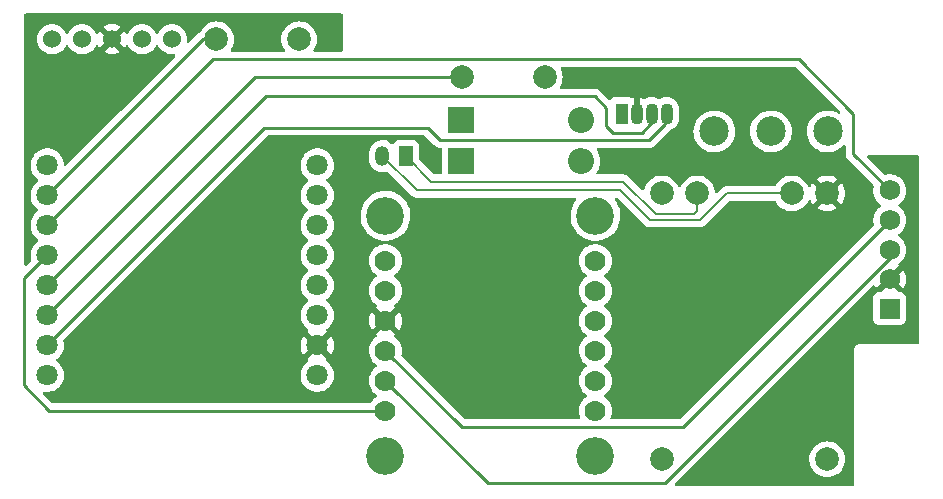
<source format=gbl>
%TF.GenerationSoftware,KiCad,Pcbnew,(6.0.11)*%
%TF.CreationDate,2023-04-10T14:51:40-04:00*%
%TF.ProjectId,IMU-pcb,494d552d-7063-4622-9e6b-696361645f70,rev?*%
%TF.SameCoordinates,Original*%
%TF.FileFunction,Copper,L2,Bot*%
%TF.FilePolarity,Positive*%
%FSLAX46Y46*%
G04 Gerber Fmt 4.6, Leading zero omitted, Abs format (unit mm)*
G04 Created by KiCad (PCBNEW (6.0.11)) date 2023-04-10 14:51:40*
%MOMM*%
%LPD*%
G01*
G04 APERTURE LIST*
%TA.AperFunction,ComponentPad*%
%ADD10R,1.200000X1.700000*%
%TD*%
%TA.AperFunction,ComponentPad*%
%ADD11O,1.200000X1.700000*%
%TD*%
%TA.AperFunction,ComponentPad*%
%ADD12C,2.000000*%
%TD*%
%TA.AperFunction,ComponentPad*%
%ADD13R,1.070000X1.800000*%
%TD*%
%TA.AperFunction,ComponentPad*%
%ADD14O,1.070000X1.800000*%
%TD*%
%TA.AperFunction,ComponentPad*%
%ADD15C,1.800000*%
%TD*%
%TA.AperFunction,ComponentPad*%
%ADD16C,1.778000*%
%TD*%
%TA.AperFunction,ComponentPad*%
%ADD17C,3.200000*%
%TD*%
%TA.AperFunction,ComponentPad*%
%ADD18C,1.524000*%
%TD*%
%TA.AperFunction,ComponentPad*%
%ADD19C,2.500000*%
%TD*%
%TA.AperFunction,ComponentPad*%
%ADD20R,1.750000X1.750000*%
%TD*%
%TA.AperFunction,ComponentPad*%
%ADD21C,1.750000*%
%TD*%
%TA.AperFunction,ComponentPad*%
%ADD22R,2.200000X2.200000*%
%TD*%
%TA.AperFunction,ComponentPad*%
%ADD23O,2.200000X2.200000*%
%TD*%
%TA.AperFunction,ViaPad*%
%ADD24C,0.800000*%
%TD*%
%TA.AperFunction,Conductor*%
%ADD25C,0.200000*%
%TD*%
%TA.AperFunction,Conductor*%
%ADD26C,0.250000*%
%TD*%
G04 APERTURE END LIST*
D10*
%TO.P,J2,1,Pin_1*%
%TO.N,B+*%
X142850000Y-81600000D03*
D11*
%TO.P,J2,2,Pin_2*%
%TO.N,B-*%
X140850000Y-81600000D03*
%TD*%
D12*
%TO.P,R2,1*%
%TO.N,Net-(D3-Pad1)*%
X154600000Y-74900000D03*
%TO.P,R2,2*%
%TO.N,RED*%
X147600000Y-74900000D03*
%TD*%
%TO.P,R1,1*%
%TO.N,B+*%
X133800000Y-71700000D03*
%TO.P,R1,2*%
%TO.N,Net-(R1-Pad2)*%
X126800000Y-71700000D03*
%TD*%
D13*
%TO.P,D3,1,RA*%
%TO.N,Net-(D3-Pad1)*%
X161100000Y-78000000D03*
D14*
%TO.P,D3,2,GA*%
%TO.N,GND*%
X162370000Y-78000000D03*
%TO.P,D3,3,BA*%
%TO.N,GRN*%
X163640000Y-78000000D03*
%TO.P,D3,4,K*%
%TO.N,BLU*%
X164910000Y-78000000D03*
%TD*%
D15*
%TO.P,U2,1,Rst*%
%TO.N,unconnected-(U2-Pad1)*%
X112471012Y-82351012D03*
%TO.P,U2,2,A0*%
%TO.N,Net-(R1-Pad2)*%
X112471012Y-84891012D03*
%TO.P,U2,3,D0*%
%TO.N,INT_PIN2*%
X112471012Y-87431012D03*
%TO.P,U2,4,D5*%
%TO.N,INT_PIN1*%
X112471012Y-89971012D03*
%TO.P,U2,5,D6*%
%TO.N,RED*%
X112471012Y-92511012D03*
%TO.P,U2,6,D7*%
%TO.N,GRN*%
X112471012Y-95051012D03*
%TO.P,U2,7,D8*%
%TO.N,BLU*%
X112471012Y-97591012D03*
%TO.P,U2,8,3.3V*%
%TO.N,+3.3V*%
X112471012Y-100131012D03*
%TO.P,U2,9,5V*%
%TO.N,+5V*%
X135331012Y-100131012D03*
%TO.P,U2,10,GND*%
%TO.N,GND*%
X135331012Y-97591012D03*
%TO.P,U2,11,D4*%
%TO.N,unconnected-(U2-Pad11)*%
X135331012Y-95051012D03*
%TO.P,U2,12,D3*%
%TO.N,unconnected-(U2-Pad12)*%
X135331012Y-92511012D03*
%TO.P,U2,13,D2*%
%TO.N,SDA*%
X135331012Y-89971012D03*
%TO.P,U2,14,D1*%
%TO.N,SCL*%
X135331012Y-87431012D03*
%TO.P,U2,15,Rx*%
%TO.N,unconnected-(U2-Pad15)*%
X135331012Y-84891012D03*
%TO.P,U2,16,Tx*%
%TO.N,unconnected-(U2-Pad16)*%
X135331012Y-82351012D03*
%TD*%
D16*
%TO.P,U3,JP1_1,VIN*%
%TO.N,+3.3V*%
X141110000Y-90450000D03*
%TO.P,U3,JP1_2,3VO*%
%TO.N,unconnected-(U3-PadJP1_2)*%
X141110000Y-92990000D03*
%TO.P,U3,JP1_3,GND*%
%TO.N,GND*%
X141110000Y-95530000D03*
%TO.P,U3,JP1_4,SCL*%
%TO.N,SCL*%
X141110000Y-98070000D03*
%TO.P,U3,JP1_5,SDA*%
%TO.N,SDA*%
X141110000Y-100610000D03*
%TO.P,U3,JP1_6,~{INT}*%
%TO.N,INT_PIN1*%
X141110000Y-103150000D03*
%TO.P,U3,JP2_1,BT*%
%TO.N,unconnected-(U3-PadJP2_1)*%
X158890000Y-90450000D03*
%TO.P,U3,JP2_2,P0*%
%TO.N,unconnected-(U3-PadJP2_2)*%
X158890000Y-92990000D03*
%TO.P,U3,JP2_3,P1*%
%TO.N,unconnected-(U3-PadJP2_3)*%
X158890000Y-95530000D03*
%TO.P,U3,JP2_4,~{RST}*%
%TO.N,unconnected-(U3-PadJP2_4)*%
X158890000Y-98070000D03*
%TO.P,U3,JP2_5,DI*%
%TO.N,unconnected-(U3-PadJP2_5)*%
X158890000Y-100610000D03*
%TO.P,U3,JP2_6,CS*%
%TO.N,unconnected-(U3-PadJP2_6)*%
X158890000Y-103150000D03*
D17*
%TO.P,U3,P1*%
%TO.N,N/C*%
X158890000Y-86640000D03*
%TO.P,U3,P2*%
X158890000Y-106960000D03*
%TO.P,U3,P3*%
X141110000Y-86640000D03*
%TO.P,U3,P4*%
X141110000Y-106960000D03*
%TD*%
D18*
%TO.P,J1,1,Pin_1*%
%TO.N,+5V*%
X112880000Y-71700000D03*
%TO.P,J1,2,Pin_2*%
%TO.N,+3.3V*%
X115420000Y-71700000D03*
%TO.P,J1,3,Pin_3*%
%TO.N,GND*%
X117960000Y-71700000D03*
%TO.P,J1,4,Pin_4*%
%TO.N,B+*%
X120500000Y-71700000D03*
%TO.P,J1,5,Pin_5*%
%TO.N,B-*%
X123040000Y-71700000D03*
%TD*%
D19*
%TO.P,S1,1,T1*%
%TO.N,+5V*%
X168950000Y-79500000D03*
%TO.P,S1,2,T2*%
%TO.N,Net-(D1-Pad1)*%
X173750000Y-79500000D03*
%TO.P,S1,3*%
%TO.N,N/C*%
X178550000Y-79500000D03*
%TD*%
D20*
%TO.P,J3,1,Pin_1*%
%TO.N,+3.3V*%
X183800000Y-94500000D03*
D21*
%TO.P,J3,2,Pin_2*%
%TO.N,GND*%
X183800000Y-92000000D03*
%TO.P,J3,3,Pin_3*%
%TO.N,SDA*%
X183800000Y-89500000D03*
%TO.P,J3,4,Pin_4*%
%TO.N,SCL*%
X183800000Y-87000000D03*
%TO.P,J3,5,Pin_5*%
%TO.N,INT_PIN2*%
X183800000Y-84500000D03*
%TD*%
D22*
%TO.P,D2,1,K*%
%TO.N,Net-(D1-Pad1)*%
X147520000Y-78500000D03*
D23*
%TO.P,D2,2,A*%
%TO.N,Net-(D2-Pad2)*%
X157680000Y-78500000D03*
%TD*%
D12*
%TO.P,U1,1,Out+*%
%TO.N,Net-(D2-Pad2)*%
X164500000Y-84750000D03*
%TO.P,U1,2,Battery+*%
%TO.N,B+*%
X167500000Y-84750000D03*
%TO.P,U1,3,Battery-*%
%TO.N,B-*%
X175500000Y-84750000D03*
%TO.P,U1,4,Out-*%
%TO.N,GND*%
X178500000Y-84750000D03*
%TO.P,U1,5,RB+*%
%TO.N,Net-(D1-Pad2)*%
X164500000Y-107250000D03*
%TO.P,U1,6,RB-*%
%TO.N,unconnected-(U1-Pad6)*%
X178500000Y-107250000D03*
%TD*%
D22*
%TO.P,D1,1,K*%
%TO.N,Net-(D1-Pad1)*%
X147520000Y-82000000D03*
D23*
%TO.P,D1,2,A*%
%TO.N,Net-(D1-Pad2)*%
X157680000Y-82000000D03*
%TD*%
D24*
%TO.N,GND*%
X125600000Y-87900000D03*
X118000000Y-75900000D03*
%TD*%
D25*
%TO.N,B+*%
X164000000Y-86500000D02*
X161250000Y-83750000D01*
X167500000Y-86250000D02*
X167250000Y-86500000D01*
X167500000Y-84750000D02*
X167500000Y-86250000D01*
X161250000Y-83750000D02*
X145000000Y-83750000D01*
X167250000Y-86500000D02*
X164000000Y-86500000D01*
X145000000Y-83750000D02*
X142850000Y-81600000D01*
%TO.N,B-*%
X167750000Y-87000000D02*
X163500000Y-87000000D01*
X163500000Y-87000000D02*
X161000000Y-84500000D01*
X170000000Y-84750000D02*
X167750000Y-87000000D01*
X143750000Y-84500000D02*
X140850000Y-81600000D01*
X175500000Y-84750000D02*
X170000000Y-84750000D01*
X161000000Y-84500000D02*
X143750000Y-84500000D01*
D26*
%TO.N,Net-(R1-Pad2)*%
X112471012Y-84891012D02*
X125662024Y-71700000D01*
X125662024Y-71700000D02*
X126800000Y-71700000D01*
%TO.N,SCL*%
X147565000Y-104525000D02*
X166275000Y-104525000D01*
X166275000Y-104525000D02*
X183800000Y-87000000D01*
X141110000Y-98070000D02*
X147565000Y-104525000D01*
%TO.N,SDA*%
X164750000Y-109250000D02*
X183800000Y-90200000D01*
X149750000Y-109250000D02*
X164750000Y-109250000D01*
X141110000Y-100610000D02*
X149750000Y-109250000D01*
X183800000Y-90200000D02*
X183800000Y-89500000D01*
%TO.N,INT_PIN2*%
X176100000Y-73400000D02*
X126502024Y-73400000D01*
X180700000Y-81400000D02*
X180700000Y-78000000D01*
X126502024Y-73400000D02*
X112471012Y-87431012D01*
X180700000Y-78000000D02*
X176100000Y-73400000D01*
X183800000Y-84500000D02*
X180700000Y-81400000D01*
%TO.N,GRN*%
X162800000Y-79600000D02*
X163500000Y-78900000D01*
X158788988Y-76511012D02*
X131011012Y-76511012D01*
X158788988Y-76511012D02*
X158811012Y-76511012D01*
X131011012Y-76511012D02*
X112471012Y-95051012D01*
X158811012Y-76511012D02*
X159800000Y-77500000D01*
X160400000Y-79600000D02*
X162800000Y-79600000D01*
X159800000Y-79000000D02*
X160400000Y-79600000D01*
X159800000Y-77500000D02*
X159800000Y-79000000D01*
X163640000Y-78760000D02*
X163640000Y-78000000D01*
%TO.N,BLU*%
X161950000Y-80250000D02*
X162950000Y-80250000D01*
X144700000Y-79200000D02*
X145750000Y-80250000D01*
X112471012Y-97591012D02*
X130862024Y-79200000D01*
X163450000Y-80250000D02*
X164800000Y-78900000D01*
X145750000Y-80250000D02*
X161950000Y-80250000D01*
X130862024Y-79200000D02*
X144700000Y-79200000D01*
X162950000Y-80250000D02*
X163450000Y-80250000D01*
%TO.N,INT_PIN1*%
X110500000Y-101000000D02*
X110500000Y-93000000D01*
X110500000Y-91942024D02*
X112471012Y-89971012D01*
X112650000Y-103150000D02*
X110500000Y-101000000D01*
X141110000Y-103150000D02*
X112650000Y-103150000D01*
X110500000Y-93000000D02*
X110500000Y-91942024D01*
%TO.N,RED*%
X130082024Y-74900000D02*
X112471012Y-92511012D01*
X147600000Y-74900000D02*
X130082024Y-74900000D01*
%TD*%
%TA.AperFunction,Conductor*%
%TO.N,GND*%
G36*
X186233621Y-81528502D02*
G01*
X186280114Y-81582158D01*
X186291500Y-81634500D01*
X186291500Y-97365500D01*
X186271498Y-97433621D01*
X186217842Y-97480114D01*
X186165500Y-97491500D01*
X181308623Y-97491500D01*
X181307853Y-97491498D01*
X181307037Y-97491493D01*
X181230279Y-97491024D01*
X181207918Y-97497415D01*
X181201847Y-97499150D01*
X181185085Y-97502728D01*
X181155813Y-97506920D01*
X181147645Y-97510634D01*
X181147644Y-97510634D01*
X181132438Y-97517548D01*
X181114914Y-97523996D01*
X181090229Y-97531051D01*
X181082635Y-97535843D01*
X181082632Y-97535844D01*
X181065220Y-97546830D01*
X181050137Y-97554969D01*
X181023218Y-97567208D01*
X181016416Y-97573069D01*
X181003765Y-97583970D01*
X180988761Y-97595073D01*
X180967042Y-97608776D01*
X180961103Y-97615501D01*
X180961099Y-97615504D01*
X180947468Y-97630938D01*
X180935276Y-97642982D01*
X180919673Y-97656427D01*
X180919671Y-97656430D01*
X180912873Y-97662287D01*
X180907993Y-97669816D01*
X180907992Y-97669817D01*
X180898906Y-97683835D01*
X180887615Y-97698709D01*
X180876569Y-97711217D01*
X180870622Y-97717951D01*
X180858058Y-97744711D01*
X180849737Y-97759691D01*
X180838529Y-97776983D01*
X180838527Y-97776988D01*
X180833648Y-97784515D01*
X180831078Y-97793108D01*
X180831076Y-97793113D01*
X180826289Y-97809120D01*
X180819628Y-97826564D01*
X180812533Y-97841676D01*
X180808719Y-97849800D01*
X180807338Y-97858667D01*
X180807338Y-97858668D01*
X180804170Y-97879015D01*
X180800387Y-97895732D01*
X180794485Y-97915466D01*
X180794484Y-97915472D01*
X180791914Y-97924066D01*
X180791723Y-97955420D01*
X180791704Y-97958497D01*
X180791671Y-97959289D01*
X180791500Y-97960386D01*
X180791500Y-97991377D01*
X180791498Y-97992147D01*
X180791024Y-98069721D01*
X180791408Y-98071065D01*
X180791500Y-98072410D01*
X180791500Y-109365500D01*
X180771498Y-109433621D01*
X180717842Y-109480114D01*
X180665500Y-109491500D01*
X165708594Y-109491500D01*
X165640473Y-109471498D01*
X165593980Y-109417842D01*
X165583876Y-109347568D01*
X165613370Y-109282988D01*
X165619499Y-109276405D01*
X167645904Y-107250000D01*
X176986835Y-107250000D01*
X177005465Y-107486711D01*
X177006619Y-107491518D01*
X177006620Y-107491524D01*
X177011308Y-107511050D01*
X177060895Y-107717594D01*
X177151760Y-107936963D01*
X177154346Y-107941183D01*
X177273241Y-108135202D01*
X177273245Y-108135208D01*
X177275824Y-108139416D01*
X177430031Y-108319969D01*
X177433787Y-108323177D01*
X177438504Y-108327206D01*
X177610584Y-108474176D01*
X177614792Y-108476755D01*
X177614798Y-108476759D01*
X177722636Y-108542842D01*
X177813037Y-108598240D01*
X177817607Y-108600133D01*
X177817611Y-108600135D01*
X178027833Y-108687211D01*
X178032406Y-108689105D01*
X178099967Y-108705325D01*
X178258476Y-108743380D01*
X178258482Y-108743381D01*
X178263289Y-108744535D01*
X178500000Y-108763165D01*
X178736711Y-108744535D01*
X178741518Y-108743381D01*
X178741524Y-108743380D01*
X178900033Y-108705325D01*
X178967594Y-108689105D01*
X178972167Y-108687211D01*
X179182389Y-108600135D01*
X179182393Y-108600133D01*
X179186963Y-108598240D01*
X179277364Y-108542842D01*
X179385202Y-108476759D01*
X179385208Y-108476755D01*
X179389416Y-108474176D01*
X179561496Y-108327206D01*
X179566213Y-108323177D01*
X179569969Y-108319969D01*
X179724176Y-108139416D01*
X179726755Y-108135208D01*
X179726759Y-108135202D01*
X179845654Y-107941183D01*
X179848240Y-107936963D01*
X179939105Y-107717594D01*
X179988692Y-107511050D01*
X179993380Y-107491524D01*
X179993381Y-107491518D01*
X179994535Y-107486711D01*
X180013165Y-107250000D01*
X179994535Y-107013289D01*
X179992960Y-107006726D01*
X179940260Y-106787218D01*
X179939105Y-106782406D01*
X179895632Y-106677452D01*
X179850135Y-106567611D01*
X179850133Y-106567607D01*
X179848240Y-106563037D01*
X179845654Y-106558817D01*
X179726759Y-106364798D01*
X179726755Y-106364792D01*
X179724176Y-106360584D01*
X179569969Y-106180031D01*
X179389416Y-106025824D01*
X179385208Y-106023245D01*
X179385202Y-106023241D01*
X179191183Y-105904346D01*
X179186963Y-105901760D01*
X179182393Y-105899867D01*
X179182389Y-105899865D01*
X178972167Y-105812789D01*
X178972165Y-105812788D01*
X178967594Y-105810895D01*
X178887391Y-105791640D01*
X178741524Y-105756620D01*
X178741518Y-105756619D01*
X178736711Y-105755465D01*
X178500000Y-105736835D01*
X178263289Y-105755465D01*
X178258482Y-105756619D01*
X178258476Y-105756620D01*
X178112609Y-105791640D01*
X178032406Y-105810895D01*
X178027835Y-105812788D01*
X178027833Y-105812789D01*
X177817611Y-105899865D01*
X177817607Y-105899867D01*
X177813037Y-105901760D01*
X177808817Y-105904346D01*
X177614798Y-106023241D01*
X177614792Y-106023245D01*
X177610584Y-106025824D01*
X177430031Y-106180031D01*
X177275824Y-106360584D01*
X177273245Y-106364792D01*
X177273241Y-106364798D01*
X177154346Y-106558817D01*
X177151760Y-106563037D01*
X177149867Y-106567607D01*
X177149865Y-106567611D01*
X177104368Y-106677452D01*
X177060895Y-106782406D01*
X177059740Y-106787218D01*
X177007041Y-107006726D01*
X177005465Y-107013289D01*
X176986835Y-107250000D01*
X167645904Y-107250000D01*
X179472770Y-95423134D01*
X182416500Y-95423134D01*
X182423255Y-95485316D01*
X182474385Y-95621705D01*
X182561739Y-95738261D01*
X182678295Y-95825615D01*
X182814684Y-95876745D01*
X182876866Y-95883500D01*
X184723134Y-95883500D01*
X184785316Y-95876745D01*
X184921705Y-95825615D01*
X185038261Y-95738261D01*
X185125615Y-95621705D01*
X185176745Y-95485316D01*
X185183500Y-95423134D01*
X185183500Y-93576866D01*
X185176745Y-93514684D01*
X185125615Y-93378295D01*
X185038261Y-93261739D01*
X184921705Y-93174385D01*
X184785316Y-93123255D01*
X184723134Y-93116500D01*
X184609480Y-93116500D01*
X184541359Y-93096498D01*
X184520385Y-93079595D01*
X183812812Y-92372022D01*
X183798868Y-92364408D01*
X183797035Y-92364539D01*
X183790420Y-92368790D01*
X183079615Y-93079595D01*
X183017303Y-93113621D01*
X182990520Y-93116500D01*
X182876866Y-93116500D01*
X182814684Y-93123255D01*
X182678295Y-93174385D01*
X182561739Y-93261739D01*
X182474385Y-93378295D01*
X182423255Y-93514684D01*
X182416500Y-93576866D01*
X182416500Y-95423134D01*
X179472770Y-95423134D01*
X182342896Y-92553008D01*
X182405208Y-92518982D01*
X182476023Y-92524047D01*
X182532859Y-92566594D01*
X182548733Y-92594697D01*
X182559378Y-92620912D01*
X182564022Y-92630105D01*
X182648279Y-92767601D01*
X182658735Y-92777061D01*
X182667513Y-92773277D01*
X183439658Y-92001132D01*
X184164408Y-92001132D01*
X184164539Y-92002965D01*
X184168790Y-92009580D01*
X184928388Y-92769178D01*
X184940398Y-92775736D01*
X184952138Y-92766768D01*
X184986507Y-92718940D01*
X184991816Y-92710103D01*
X185087994Y-92515503D01*
X185091792Y-92505910D01*
X185154897Y-92298208D01*
X185157074Y-92288138D01*
X185185646Y-92071113D01*
X185186165Y-92064438D01*
X185187658Y-92003364D01*
X185187464Y-91996646D01*
X185169530Y-91778507D01*
X185167845Y-91768327D01*
X185114962Y-91557791D01*
X185111642Y-91548040D01*
X185025080Y-91348959D01*
X185020213Y-91339884D01*
X184951144Y-91233118D01*
X184940458Y-91223915D01*
X184930891Y-91228319D01*
X184172022Y-91987188D01*
X184164408Y-92001132D01*
X183439658Y-92001132D01*
X184571190Y-90869600D01*
X184578211Y-90856744D01*
X184560258Y-90832104D01*
X184560787Y-90831718D01*
X184530578Y-90789112D01*
X184527343Y-90718189D01*
X184562966Y-90656776D01*
X184576558Y-90645567D01*
X184696051Y-90560334D01*
X184857199Y-90399747D01*
X184892580Y-90350510D01*
X184986938Y-90219198D01*
X184986942Y-90219192D01*
X184989956Y-90214997D01*
X185090755Y-90011046D01*
X185156890Y-89793370D01*
X185161632Y-89757350D01*
X185186148Y-89571136D01*
X185186148Y-89571132D01*
X185186585Y-89567815D01*
X185188242Y-89500000D01*
X185169601Y-89273264D01*
X185114178Y-89052617D01*
X185053962Y-88914129D01*
X185025522Y-88848722D01*
X185025520Y-88848719D01*
X185023462Y-88843985D01*
X184931950Y-88702529D01*
X184902698Y-88657311D01*
X184902696Y-88657308D01*
X184899890Y-88652971D01*
X184746779Y-88484704D01*
X184620943Y-88385325D01*
X184572063Y-88346722D01*
X184531000Y-88288805D01*
X184527768Y-88217882D01*
X184563393Y-88156470D01*
X184576987Y-88145261D01*
X184696051Y-88060334D01*
X184857199Y-87899747D01*
X184886881Y-87858440D01*
X184986938Y-87719198D01*
X184986942Y-87719192D01*
X184989956Y-87714997D01*
X185051893Y-87589678D01*
X185088461Y-87515688D01*
X185088462Y-87515686D01*
X185090755Y-87511046D01*
X185156890Y-87293370D01*
X185163040Y-87246660D01*
X185186148Y-87071136D01*
X185186148Y-87071132D01*
X185186585Y-87067815D01*
X185188242Y-87000000D01*
X185169601Y-86773264D01*
X185114178Y-86552617D01*
X185045282Y-86394167D01*
X185025522Y-86348722D01*
X185025520Y-86348719D01*
X185023462Y-86343985D01*
X184906454Y-86163117D01*
X184902698Y-86157311D01*
X184902696Y-86157308D01*
X184899890Y-86152971D01*
X184746779Y-85984704D01*
X184644714Y-85904098D01*
X184572063Y-85846722D01*
X184531000Y-85788805D01*
X184527768Y-85717882D01*
X184563393Y-85656470D01*
X184576987Y-85645261D01*
X184696051Y-85560334D01*
X184857199Y-85399747D01*
X184886838Y-85358500D01*
X184986938Y-85219198D01*
X184986942Y-85219192D01*
X184989956Y-85214997D01*
X185055867Y-85081636D01*
X185088461Y-85015688D01*
X185088462Y-85015686D01*
X185090755Y-85011046D01*
X185156890Y-84793370D01*
X185160352Y-84767073D01*
X185186148Y-84571136D01*
X185186148Y-84571132D01*
X185186585Y-84567815D01*
X185188242Y-84500000D01*
X185169601Y-84273264D01*
X185114178Y-84052617D01*
X185032512Y-83864798D01*
X185025522Y-83848722D01*
X185025520Y-83848719D01*
X185023462Y-83843985D01*
X184917396Y-83680031D01*
X184902698Y-83657311D01*
X184902696Y-83657308D01*
X184899890Y-83652971D01*
X184746779Y-83484704D01*
X184568241Y-83343704D01*
X184369072Y-83233757D01*
X184364203Y-83232033D01*
X184364199Y-83232031D01*
X184159496Y-83159541D01*
X184159492Y-83159540D01*
X184154621Y-83157815D01*
X184149528Y-83156908D01*
X184149525Y-83156907D01*
X183935734Y-83118825D01*
X183935728Y-83118824D01*
X183930645Y-83117919D01*
X183857196Y-83117022D01*
X183708331Y-83115203D01*
X183708329Y-83115203D01*
X183703161Y-83115140D01*
X183565207Y-83136250D01*
X183483387Y-83148770D01*
X183483385Y-83148771D01*
X183478278Y-83149552D01*
X183452998Y-83157815D01*
X183451713Y-83158235D01*
X183380749Y-83160388D01*
X183323470Y-83127566D01*
X181919500Y-81723595D01*
X181885474Y-81661283D01*
X181890539Y-81590467D01*
X181933086Y-81533632D01*
X181999606Y-81508821D01*
X182008595Y-81508500D01*
X186165500Y-81508500D01*
X186233621Y-81528502D01*
G37*
%TD.AperFunction*%
%TA.AperFunction,Conductor*%
G36*
X175853527Y-74053502D02*
G01*
X175874501Y-74070405D01*
X179575506Y-77771410D01*
X179609532Y-77833722D01*
X179604467Y-77904537D01*
X179561920Y-77961373D01*
X179495400Y-77986184D01*
X179430683Y-77973511D01*
X179214781Y-77867040D01*
X179214778Y-77867039D01*
X179210593Y-77864975D01*
X179164449Y-77850204D01*
X178966123Y-77786720D01*
X178961665Y-77785293D01*
X178703693Y-77743279D01*
X178589942Y-77741790D01*
X178447022Y-77739919D01*
X178447019Y-77739919D01*
X178442345Y-77739858D01*
X178183362Y-77775104D01*
X177932433Y-77848243D01*
X177928180Y-77850203D01*
X177928179Y-77850204D01*
X177891659Y-77867040D01*
X177695072Y-77957668D01*
X177656067Y-77983241D01*
X177480404Y-78098410D01*
X177480399Y-78098414D01*
X177476491Y-78100976D01*
X177281494Y-78275018D01*
X177114363Y-78475970D01*
X177111934Y-78479973D01*
X176983624Y-78691422D01*
X176978771Y-78699419D01*
X176877697Y-78940455D01*
X176813359Y-79193783D01*
X176812891Y-79198434D01*
X176812890Y-79198438D01*
X176804725Y-79279526D01*
X176787173Y-79453839D01*
X176787397Y-79458505D01*
X176787397Y-79458511D01*
X176789239Y-79496851D01*
X176799713Y-79714908D01*
X176850704Y-79971256D01*
X176939026Y-80217252D01*
X176941242Y-80221376D01*
X177005753Y-80341437D01*
X177062737Y-80447491D01*
X177065532Y-80451234D01*
X177065534Y-80451237D01*
X177216330Y-80653177D01*
X177216335Y-80653183D01*
X177219122Y-80656915D01*
X177222431Y-80660195D01*
X177222436Y-80660201D01*
X177396257Y-80832511D01*
X177404743Y-80840923D01*
X177408505Y-80843681D01*
X177408508Y-80843684D01*
X177591377Y-80977769D01*
X177615524Y-80995474D01*
X177619667Y-80997654D01*
X177619669Y-80997655D01*
X177842684Y-81114989D01*
X177842689Y-81114991D01*
X177846834Y-81117172D01*
X178093590Y-81203344D01*
X178098183Y-81204216D01*
X178345785Y-81251224D01*
X178345788Y-81251224D01*
X178350374Y-81252095D01*
X178480958Y-81257226D01*
X178606875Y-81262174D01*
X178606881Y-81262174D01*
X178611543Y-81262357D01*
X178690977Y-81253657D01*
X178866707Y-81234412D01*
X178866712Y-81234411D01*
X178871360Y-81233902D01*
X178984116Y-81204216D01*
X179119594Y-81168548D01*
X179119596Y-81168547D01*
X179124117Y-81167357D01*
X179364262Y-81064182D01*
X179557081Y-80944863D01*
X179582547Y-80929104D01*
X179582548Y-80929104D01*
X179586519Y-80926646D01*
X179590082Y-80923629D01*
X179590087Y-80923626D01*
X179782439Y-80760787D01*
X179782440Y-80760786D01*
X179786005Y-80757768D01*
X179789085Y-80754256D01*
X179789090Y-80754251D01*
X179845768Y-80689622D01*
X179905721Y-80651594D01*
X179976717Y-80652016D01*
X180036213Y-80690754D01*
X180065322Y-80755509D01*
X180066500Y-80772699D01*
X180066500Y-81321233D01*
X180065973Y-81332416D01*
X180064298Y-81339909D01*
X180064547Y-81347835D01*
X180064547Y-81347836D01*
X180066438Y-81407986D01*
X180066500Y-81411945D01*
X180066500Y-81439856D01*
X180066997Y-81443790D01*
X180066997Y-81443791D01*
X180067005Y-81443856D01*
X180067938Y-81455693D01*
X180069327Y-81499889D01*
X180074978Y-81519339D01*
X180078987Y-81538700D01*
X180081526Y-81558797D01*
X180084445Y-81566168D01*
X180084445Y-81566170D01*
X180097804Y-81599912D01*
X180101649Y-81611142D01*
X180113982Y-81653593D01*
X180118015Y-81660412D01*
X180118017Y-81660417D01*
X180124293Y-81671028D01*
X180132988Y-81688776D01*
X180140448Y-81707617D01*
X180145110Y-81714033D01*
X180145110Y-81714034D01*
X180166436Y-81743387D01*
X180172952Y-81753307D01*
X180195458Y-81791362D01*
X180209779Y-81805683D01*
X180222619Y-81820716D01*
X180234528Y-81837107D01*
X180240634Y-81842158D01*
X180268605Y-81865298D01*
X180277384Y-81873288D01*
X182429464Y-84025369D01*
X182463490Y-84087681D01*
X182461787Y-84148135D01*
X182437728Y-84234891D01*
X182437727Y-84234897D01*
X182436348Y-84239869D01*
X182435800Y-84244997D01*
X182435799Y-84245002D01*
X182414465Y-84444630D01*
X182412172Y-84466082D01*
X182412469Y-84471234D01*
X182412469Y-84471238D01*
X182415986Y-84532226D01*
X182425268Y-84693206D01*
X182426405Y-84698252D01*
X182426406Y-84698258D01*
X182446686Y-84788244D01*
X182475283Y-84915141D01*
X182560875Y-85125927D01*
X182679744Y-85319904D01*
X182683128Y-85323810D01*
X182683129Y-85323812D01*
X182713177Y-85358500D01*
X182828698Y-85491861D01*
X183003737Y-85637181D01*
X183008192Y-85639784D01*
X183008203Y-85639792D01*
X183012651Y-85642391D01*
X183061374Y-85694029D01*
X183074445Y-85763812D01*
X183047713Y-85829584D01*
X183024735Y-85851936D01*
X182878310Y-85961875D01*
X182870062Y-85970506D01*
X182746186Y-86100135D01*
X182721133Y-86126351D01*
X182592931Y-86314289D01*
X182590758Y-86318971D01*
X182590756Y-86318974D01*
X182552592Y-86401193D01*
X182497145Y-86520643D01*
X182471366Y-86613598D01*
X182438278Y-86732911D01*
X182436348Y-86739869D01*
X182435799Y-86745006D01*
X182414640Y-86942993D01*
X182412172Y-86966082D01*
X182412469Y-86971234D01*
X182412469Y-86971238D01*
X182417332Y-87055572D01*
X182425268Y-87193206D01*
X182426407Y-87198259D01*
X182426407Y-87198261D01*
X182462537Y-87358586D01*
X182458001Y-87429437D01*
X182428715Y-87475381D01*
X166049500Y-103854595D01*
X165987188Y-103888621D01*
X165960405Y-103891500D01*
X160285296Y-103891500D01*
X160217175Y-103871498D01*
X160170682Y-103817842D01*
X160160578Y-103747568D01*
X160172338Y-103709674D01*
X160177311Y-103699613D01*
X160193816Y-103666217D01*
X160224782Y-103564297D01*
X160259117Y-103451291D01*
X160259118Y-103451285D01*
X160260621Y-103446339D01*
X160290616Y-103218502D01*
X160292290Y-103150000D01*
X160286058Y-103074194D01*
X160273884Y-102926121D01*
X160273883Y-102926115D01*
X160273460Y-102920970D01*
X160217477Y-102698090D01*
X160125843Y-102487347D01*
X160120828Y-102479595D01*
X160003830Y-102298743D01*
X160003828Y-102298740D01*
X160001020Y-102294400D01*
X159922943Y-102208594D01*
X159849837Y-102128252D01*
X159849835Y-102128251D01*
X159846359Y-102124430D01*
X159842308Y-102121231D01*
X159842304Y-102121227D01*
X159670069Y-101985204D01*
X159670064Y-101985201D01*
X159666015Y-101982003D01*
X159665590Y-101981768D01*
X159620796Y-101928452D01*
X159611766Y-101858032D01*
X159642240Y-101793908D01*
X159663026Y-101775285D01*
X159790916Y-101684062D01*
X159795119Y-101681064D01*
X159957898Y-101518852D01*
X160008537Y-101448381D01*
X160088979Y-101336433D01*
X160091997Y-101332233D01*
X160113492Y-101288742D01*
X160153959Y-101206862D01*
X160193816Y-101126217D01*
X160221753Y-101034266D01*
X160259117Y-100911291D01*
X160259119Y-100911283D01*
X160260621Y-100906339D01*
X160290616Y-100678502D01*
X160290876Y-100667856D01*
X160292208Y-100613365D01*
X160292208Y-100613361D01*
X160292290Y-100610000D01*
X160277465Y-100429683D01*
X160273884Y-100386121D01*
X160273883Y-100386115D01*
X160273460Y-100380970D01*
X160217477Y-100158090D01*
X160125843Y-99947347D01*
X160123037Y-99943009D01*
X160003830Y-99758743D01*
X160003828Y-99758740D01*
X160001020Y-99754400D01*
X159929268Y-99675545D01*
X159849837Y-99588252D01*
X159849835Y-99588251D01*
X159846359Y-99584430D01*
X159842308Y-99581231D01*
X159842304Y-99581227D01*
X159670069Y-99445204D01*
X159670064Y-99445201D01*
X159666015Y-99442003D01*
X159665590Y-99441768D01*
X159620796Y-99388452D01*
X159611766Y-99318032D01*
X159642240Y-99253908D01*
X159663026Y-99235285D01*
X159790916Y-99144062D01*
X159795119Y-99141064D01*
X159835130Y-99101193D01*
X159954237Y-98982500D01*
X159957898Y-98978852D01*
X160091997Y-98792233D01*
X160109770Y-98756273D01*
X160153959Y-98666862D01*
X160193816Y-98586217D01*
X160221753Y-98494266D01*
X160259117Y-98371291D01*
X160259119Y-98371283D01*
X160260621Y-98366339D01*
X160290616Y-98138502D01*
X160290698Y-98135150D01*
X160292208Y-98073365D01*
X160292208Y-98073361D01*
X160292290Y-98070000D01*
X160283123Y-97958497D01*
X160273884Y-97846121D01*
X160273883Y-97846115D01*
X160273460Y-97840970D01*
X160217477Y-97618090D01*
X160125843Y-97407347D01*
X160123037Y-97403009D01*
X160003830Y-97218743D01*
X160003828Y-97218740D01*
X160001020Y-97214400D01*
X159939047Y-97146292D01*
X159849837Y-97048252D01*
X159849835Y-97048251D01*
X159846359Y-97044430D01*
X159842308Y-97041231D01*
X159842304Y-97041227D01*
X159670069Y-96905204D01*
X159670064Y-96905201D01*
X159666015Y-96902003D01*
X159665590Y-96901768D01*
X159620796Y-96848452D01*
X159611766Y-96778032D01*
X159642240Y-96713908D01*
X159663026Y-96695285D01*
X159790916Y-96604062D01*
X159795119Y-96601064D01*
X159957898Y-96438852D01*
X159964291Y-96429956D01*
X160088979Y-96256433D01*
X160091997Y-96252233D01*
X160104080Y-96227786D01*
X160153959Y-96126862D01*
X160193816Y-96046217D01*
X160219154Y-95962820D01*
X160259117Y-95831291D01*
X160259118Y-95831285D01*
X160260621Y-95826339D01*
X160290616Y-95598502D01*
X160290699Y-95595124D01*
X160292208Y-95533365D01*
X160292208Y-95533361D01*
X160292290Y-95530000D01*
X160277465Y-95349683D01*
X160273884Y-95306121D01*
X160273883Y-95306115D01*
X160273460Y-95300970D01*
X160217477Y-95078090D01*
X160125843Y-94867347D01*
X160109630Y-94842285D01*
X160003830Y-94678743D01*
X160003828Y-94678740D01*
X160001020Y-94674400D01*
X159939047Y-94606292D01*
X159849837Y-94508252D01*
X159849835Y-94508251D01*
X159846359Y-94504430D01*
X159842308Y-94501231D01*
X159842304Y-94501227D01*
X159670069Y-94365204D01*
X159670064Y-94365201D01*
X159666015Y-94362003D01*
X159665590Y-94361768D01*
X159620796Y-94308452D01*
X159611766Y-94238032D01*
X159642240Y-94173908D01*
X159663026Y-94155285D01*
X159790916Y-94064062D01*
X159795119Y-94061064D01*
X159835130Y-94021193D01*
X159954237Y-93902500D01*
X159957898Y-93898852D01*
X160091997Y-93712233D01*
X160109770Y-93676273D01*
X160160578Y-93573469D01*
X160193816Y-93506217D01*
X160219154Y-93422820D01*
X160259117Y-93291291D01*
X160259118Y-93291285D01*
X160260621Y-93286339D01*
X160282091Y-93123255D01*
X160290179Y-93061823D01*
X160290179Y-93061819D01*
X160290616Y-93058502D01*
X160290698Y-93055150D01*
X160292208Y-92993365D01*
X160292208Y-92993361D01*
X160292290Y-92990000D01*
X160277465Y-92809683D01*
X160273884Y-92766121D01*
X160273883Y-92766115D01*
X160273460Y-92760970D01*
X160217477Y-92538090D01*
X160125843Y-92327347D01*
X160123037Y-92323009D01*
X160003830Y-92138743D01*
X160003828Y-92138740D01*
X160001020Y-92134400D01*
X159943434Y-92071113D01*
X159849837Y-91968252D01*
X159849835Y-91968251D01*
X159846359Y-91964430D01*
X159842308Y-91961231D01*
X159842304Y-91961227D01*
X159670069Y-91825204D01*
X159670064Y-91825201D01*
X159666015Y-91822003D01*
X159665590Y-91821768D01*
X159620796Y-91768452D01*
X159611766Y-91698032D01*
X159642240Y-91633908D01*
X159663026Y-91615285D01*
X159790916Y-91524062D01*
X159795119Y-91521064D01*
X159835130Y-91481193D01*
X159954237Y-91362500D01*
X159957898Y-91358852D01*
X160091997Y-91172233D01*
X160109770Y-91136273D01*
X160158527Y-91037619D01*
X160193816Y-90966217D01*
X160219154Y-90882820D01*
X160259117Y-90751291D01*
X160259118Y-90751285D01*
X160260621Y-90746339D01*
X160290616Y-90518502D01*
X160290698Y-90515150D01*
X160292208Y-90453365D01*
X160292208Y-90453361D01*
X160292290Y-90450000D01*
X160281594Y-90319904D01*
X160273884Y-90226121D01*
X160273883Y-90226115D01*
X160273460Y-90220970D01*
X160217477Y-89998090D01*
X160125843Y-89787347D01*
X160123037Y-89783009D01*
X160003830Y-89598743D01*
X160003828Y-89598740D01*
X160001020Y-89594400D01*
X159982662Y-89574224D01*
X159849837Y-89428252D01*
X159849835Y-89428251D01*
X159846359Y-89424430D01*
X159842308Y-89421231D01*
X159842304Y-89421227D01*
X159670073Y-89285208D01*
X159666015Y-89282003D01*
X159464831Y-89170943D01*
X159288998Y-89108677D01*
X159253084Y-89095959D01*
X159253080Y-89095958D01*
X159248209Y-89094233D01*
X159243116Y-89093326D01*
X159243113Y-89093325D01*
X159027056Y-89054839D01*
X159027050Y-89054838D01*
X159021967Y-89053933D01*
X158948784Y-89053039D01*
X158797351Y-89051189D01*
X158797349Y-89051189D01*
X158792181Y-89051126D01*
X158640610Y-89074319D01*
X158570131Y-89085104D01*
X158570128Y-89085105D01*
X158565022Y-89085886D01*
X158560110Y-89087491D01*
X158560112Y-89087491D01*
X158351504Y-89155675D01*
X158351502Y-89155676D01*
X158346591Y-89157281D01*
X158142753Y-89263392D01*
X158138620Y-89266495D01*
X158138617Y-89266497D01*
X158095587Y-89298805D01*
X157958983Y-89401370D01*
X157800216Y-89567510D01*
X157670716Y-89757350D01*
X157653996Y-89793370D01*
X157587567Y-89936481D01*
X157573961Y-89965792D01*
X157512548Y-90187237D01*
X157488129Y-90415739D01*
X157501357Y-90645161D01*
X157502492Y-90650198D01*
X157502493Y-90650204D01*
X157548995Y-90856549D01*
X157551878Y-90869342D01*
X157638336Y-91082261D01*
X157641033Y-91086662D01*
X157641034Y-91086664D01*
X157701388Y-91185152D01*
X157758408Y-91278200D01*
X157908869Y-91451898D01*
X157912844Y-91455198D01*
X157912847Y-91455201D01*
X157935692Y-91474167D01*
X158085679Y-91598689D01*
X158090143Y-91601297D01*
X158090145Y-91601299D01*
X158107352Y-91611354D01*
X158156075Y-91662994D01*
X158169145Y-91732777D01*
X158142412Y-91798548D01*
X158119433Y-91820901D01*
X158116891Y-91822810D01*
X157958983Y-91941370D01*
X157955411Y-91945108D01*
X157841377Y-92064438D01*
X157800216Y-92107510D01*
X157670716Y-92297350D01*
X157639589Y-92364408D01*
X157587567Y-92476481D01*
X157573961Y-92505792D01*
X157512548Y-92727237D01*
X157488129Y-92955739D01*
X157488426Y-92960892D01*
X157488426Y-92960895D01*
X157489911Y-92986646D01*
X157501357Y-93185161D01*
X157502492Y-93190198D01*
X157502493Y-93190204D01*
X157523002Y-93281210D01*
X157551878Y-93409342D01*
X157638336Y-93622261D01*
X157641033Y-93626662D01*
X157641034Y-93626664D01*
X157701388Y-93725152D01*
X157758408Y-93818200D01*
X157908869Y-93991898D01*
X157912844Y-93995198D01*
X157912847Y-93995201D01*
X157935692Y-94014167D01*
X158085679Y-94138689D01*
X158090143Y-94141297D01*
X158090145Y-94141299D01*
X158107352Y-94151354D01*
X158156075Y-94202994D01*
X158169145Y-94272777D01*
X158142412Y-94338548D01*
X158119433Y-94360901D01*
X158081174Y-94389627D01*
X157958983Y-94481370D01*
X157800216Y-94647510D01*
X157670716Y-94837350D01*
X157654482Y-94872323D01*
X157587567Y-95016481D01*
X157573961Y-95045792D01*
X157512548Y-95267237D01*
X157488129Y-95495739D01*
X157488426Y-95500892D01*
X157488426Y-95500895D01*
X157489366Y-95517189D01*
X157501357Y-95725161D01*
X157502492Y-95730198D01*
X157502493Y-95730204D01*
X157535710Y-95877598D01*
X157551878Y-95949342D01*
X157638336Y-96162261D01*
X157641033Y-96166662D01*
X157641034Y-96166664D01*
X157701388Y-96265152D01*
X157758408Y-96358200D01*
X157908869Y-96531898D01*
X157912844Y-96535198D01*
X157912847Y-96535201D01*
X157971635Y-96584007D01*
X158085679Y-96678689D01*
X158090143Y-96681297D01*
X158090145Y-96681299D01*
X158107352Y-96691354D01*
X158156075Y-96742994D01*
X158169145Y-96812777D01*
X158142412Y-96878548D01*
X158119433Y-96900901D01*
X158116891Y-96902810D01*
X157958983Y-97021370D01*
X157955411Y-97025108D01*
X157844930Y-97140720D01*
X157800216Y-97187510D01*
X157670716Y-97377350D01*
X157644596Y-97433621D01*
X157577485Y-97578201D01*
X157573961Y-97585792D01*
X157512548Y-97807237D01*
X157488129Y-98035739D01*
X157488426Y-98040892D01*
X157488426Y-98040895D01*
X157492189Y-98106154D01*
X157501357Y-98265161D01*
X157502492Y-98270198D01*
X157502493Y-98270204D01*
X157543845Y-98453697D01*
X157551878Y-98489342D01*
X157638336Y-98702261D01*
X157641033Y-98706662D01*
X157641034Y-98706664D01*
X157715740Y-98828572D01*
X157758408Y-98898200D01*
X157908869Y-99071898D01*
X157912844Y-99075198D01*
X157912847Y-99075201D01*
X157935692Y-99094167D01*
X158085679Y-99218689D01*
X158090143Y-99221297D01*
X158090145Y-99221299D01*
X158107352Y-99231354D01*
X158156075Y-99282994D01*
X158169145Y-99352777D01*
X158142412Y-99418548D01*
X158119433Y-99440901D01*
X158116891Y-99442810D01*
X157958983Y-99561370D01*
X157800216Y-99727510D01*
X157670716Y-99917350D01*
X157622338Y-100021571D01*
X157587567Y-100096481D01*
X157573961Y-100125792D01*
X157512548Y-100347237D01*
X157488129Y-100575739D01*
X157488426Y-100580892D01*
X157488426Y-100580895D01*
X157489542Y-100600244D01*
X157501357Y-100805161D01*
X157502492Y-100810198D01*
X157502493Y-100810204D01*
X157513474Y-100858929D01*
X157551878Y-101029342D01*
X157638336Y-101242261D01*
X157641033Y-101246662D01*
X157641034Y-101246664D01*
X157755711Y-101433799D01*
X157758408Y-101438200D01*
X157908869Y-101611898D01*
X158085679Y-101758689D01*
X158090143Y-101761297D01*
X158090145Y-101761299D01*
X158107352Y-101771354D01*
X158156075Y-101822994D01*
X158169145Y-101892777D01*
X158142412Y-101958548D01*
X158119433Y-101980901D01*
X157968826Y-102093980D01*
X157958983Y-102101370D01*
X157800216Y-102267510D01*
X157670716Y-102457350D01*
X157573961Y-102665792D01*
X157512548Y-102887237D01*
X157488129Y-103115739D01*
X157488426Y-103120892D01*
X157488426Y-103120895D01*
X157489542Y-103140244D01*
X157501357Y-103345161D01*
X157551878Y-103569342D01*
X157553819Y-103574122D01*
X157553824Y-103574138D01*
X157612280Y-103718095D01*
X157619377Y-103788736D01*
X157587155Y-103852000D01*
X157525846Y-103887801D01*
X157495538Y-103891500D01*
X147879594Y-103891500D01*
X147811473Y-103871498D01*
X147790499Y-103854595D01*
X142492483Y-98556578D01*
X142458457Y-98494266D01*
X142461019Y-98430855D01*
X142466907Y-98411476D01*
X142480621Y-98366339D01*
X142510616Y-98138502D01*
X142510698Y-98135150D01*
X142512208Y-98073365D01*
X142512208Y-98073361D01*
X142512290Y-98070000D01*
X142503123Y-97958497D01*
X142493884Y-97846121D01*
X142493883Y-97846115D01*
X142493460Y-97840970D01*
X142437477Y-97618090D01*
X142345843Y-97407347D01*
X142343037Y-97403009D01*
X142223830Y-97218743D01*
X142223828Y-97218740D01*
X142221020Y-97214400D01*
X142159047Y-97146292D01*
X142069837Y-97048252D01*
X142069835Y-97048251D01*
X142066359Y-97044430D01*
X142062308Y-97041231D01*
X142062304Y-97041227D01*
X141890072Y-96905207D01*
X141886015Y-96902003D01*
X141885224Y-96901567D01*
X141840351Y-96848161D01*
X141831316Y-96777742D01*
X141861788Y-96713617D01*
X141882579Y-96694988D01*
X141887210Y-96691685D01*
X141895609Y-96680987D01*
X141888622Y-96667833D01*
X141122811Y-95902021D01*
X141108868Y-95894408D01*
X141107034Y-95894539D01*
X141100420Y-95898790D01*
X140328221Y-96670990D01*
X140321464Y-96683365D01*
X140326745Y-96690420D01*
X140327784Y-96691027D01*
X140376508Y-96742665D01*
X140389579Y-96812448D01*
X140362848Y-96878220D01*
X140339867Y-96900575D01*
X140315285Y-96919032D01*
X140178983Y-97021370D01*
X140175411Y-97025108D01*
X140064930Y-97140720D01*
X140020216Y-97187510D01*
X139890716Y-97377350D01*
X139864596Y-97433621D01*
X139797485Y-97578201D01*
X139793961Y-97585792D01*
X139732548Y-97807237D01*
X139708129Y-98035739D01*
X139708426Y-98040892D01*
X139708426Y-98040895D01*
X139712189Y-98106154D01*
X139721357Y-98265161D01*
X139722492Y-98270198D01*
X139722493Y-98270204D01*
X139763845Y-98453697D01*
X139771878Y-98489342D01*
X139858336Y-98702261D01*
X139861033Y-98706662D01*
X139861034Y-98706664D01*
X139935740Y-98828572D01*
X139978408Y-98898200D01*
X140128869Y-99071898D01*
X140132844Y-99075198D01*
X140132847Y-99075201D01*
X140155692Y-99094167D01*
X140305679Y-99218689D01*
X140310143Y-99221297D01*
X140310145Y-99221299D01*
X140327352Y-99231354D01*
X140376075Y-99282994D01*
X140389145Y-99352777D01*
X140362412Y-99418548D01*
X140339433Y-99440901D01*
X140336891Y-99442810D01*
X140178983Y-99561370D01*
X140020216Y-99727510D01*
X139890716Y-99917350D01*
X139842338Y-100021571D01*
X139807567Y-100096481D01*
X139793961Y-100125792D01*
X139732548Y-100347237D01*
X139708129Y-100575739D01*
X139708426Y-100580892D01*
X139708426Y-100580895D01*
X139709542Y-100600244D01*
X139721357Y-100805161D01*
X139722492Y-100810198D01*
X139722493Y-100810204D01*
X139733474Y-100858929D01*
X139771878Y-101029342D01*
X139858336Y-101242261D01*
X139861033Y-101246662D01*
X139861034Y-101246664D01*
X139975711Y-101433799D01*
X139978408Y-101438200D01*
X140128869Y-101611898D01*
X140305679Y-101758689D01*
X140310143Y-101761297D01*
X140310145Y-101761299D01*
X140327352Y-101771354D01*
X140376075Y-101822994D01*
X140389145Y-101892777D01*
X140362412Y-101958548D01*
X140339433Y-101980901D01*
X140188826Y-102093980D01*
X140178983Y-102101370D01*
X140020216Y-102267510D01*
X139890716Y-102457350D01*
X139889742Y-102456686D01*
X139842781Y-102502090D01*
X139784268Y-102516500D01*
X112964595Y-102516500D01*
X112896474Y-102496498D01*
X112875500Y-102479595D01*
X112130969Y-101735064D01*
X112096943Y-101672752D01*
X112102008Y-101601937D01*
X112144555Y-101545101D01*
X112211075Y-101520290D01*
X112245185Y-101522499D01*
X112298597Y-101533366D01*
X112298605Y-101533367D01*
X112303668Y-101534397D01*
X112434336Y-101539188D01*
X112529961Y-101542695D01*
X112529965Y-101542695D01*
X112535125Y-101542884D01*
X112540245Y-101542228D01*
X112540247Y-101542228D01*
X112613282Y-101532872D01*
X112764859Y-101513454D01*
X112769807Y-101511969D01*
X112769814Y-101511968D01*
X112981759Y-101448381D01*
X112986702Y-101446898D01*
X113004457Y-101438200D01*
X113190061Y-101347274D01*
X113190064Y-101347272D01*
X113194696Y-101345003D01*
X113383255Y-101210506D01*
X113547315Y-101047017D01*
X113556578Y-101034127D01*
X113644844Y-100911291D01*
X113682470Y-100858929D01*
X113706552Y-100810204D01*
X113782796Y-100655934D01*
X113782797Y-100655932D01*
X113785090Y-100651292D01*
X113852420Y-100429683D01*
X113882652Y-100200053D01*
X113883555Y-100163104D01*
X113884257Y-100134377D01*
X113884257Y-100134373D01*
X113884339Y-100131012D01*
X113881500Y-100096481D01*
X133918107Y-100096481D01*
X133918404Y-100101634D01*
X133918404Y-100101637D01*
X133924079Y-100200053D01*
X133931439Y-100327709D01*
X133932576Y-100332755D01*
X133932577Y-100332761D01*
X133964753Y-100475535D01*
X133982358Y-100553654D01*
X133984300Y-100558436D01*
X133984301Y-100558440D01*
X134067552Y-100763462D01*
X134069496Y-100768249D01*
X134190513Y-100965731D01*
X134342159Y-101140796D01*
X134520361Y-101288742D01*
X134720334Y-101405596D01*
X134936706Y-101488221D01*
X134941772Y-101489252D01*
X134941773Y-101489252D01*
X134994858Y-101500052D01*
X135163668Y-101534397D01*
X135294336Y-101539188D01*
X135389961Y-101542695D01*
X135389965Y-101542695D01*
X135395125Y-101542884D01*
X135400245Y-101542228D01*
X135400247Y-101542228D01*
X135473282Y-101532872D01*
X135624859Y-101513454D01*
X135629807Y-101511969D01*
X135629814Y-101511968D01*
X135841759Y-101448381D01*
X135846702Y-101446898D01*
X135864457Y-101438200D01*
X136050061Y-101347274D01*
X136050064Y-101347272D01*
X136054696Y-101345003D01*
X136243255Y-101210506D01*
X136407315Y-101047017D01*
X136416578Y-101034127D01*
X136504844Y-100911291D01*
X136542470Y-100858929D01*
X136566552Y-100810204D01*
X136642796Y-100655934D01*
X136642797Y-100655932D01*
X136645090Y-100651292D01*
X136712420Y-100429683D01*
X136742652Y-100200053D01*
X136743555Y-100163104D01*
X136744257Y-100134377D01*
X136744257Y-100134373D01*
X136744339Y-100131012D01*
X136729239Y-99947347D01*
X136725785Y-99905330D01*
X136725784Y-99905324D01*
X136725361Y-99900179D01*
X136668937Y-99675545D01*
X136666878Y-99670809D01*
X136578642Y-99467880D01*
X136578640Y-99467877D01*
X136576582Y-99463143D01*
X136450776Y-99268677D01*
X136438206Y-99254862D01*
X136334657Y-99141064D01*
X136294899Y-99097370D01*
X136290848Y-99094171D01*
X136290844Y-99094167D01*
X136117681Y-98957412D01*
X136076618Y-98899495D01*
X136073386Y-98828572D01*
X136109011Y-98767160D01*
X136114499Y-98762635D01*
X136124509Y-98749886D01*
X136117522Y-98736733D01*
X135343823Y-97963033D01*
X135329880Y-97955420D01*
X135328046Y-97955551D01*
X135321432Y-97959802D01*
X134541192Y-98740043D01*
X134534435Y-98752418D01*
X134553742Y-98778209D01*
X134553052Y-98778725D01*
X134577639Y-98804749D01*
X134590755Y-98874523D01*
X134564067Y-98940312D01*
X134541035Y-98962731D01*
X134392667Y-99074129D01*
X134232651Y-99241576D01*
X134229742Y-99245841D01*
X134229736Y-99245849D01*
X134192889Y-99299865D01*
X134102131Y-99432911D01*
X134004614Y-99642993D01*
X133942719Y-99866181D01*
X133918107Y-100096481D01*
X113881500Y-100096481D01*
X113869239Y-99947347D01*
X113865785Y-99905330D01*
X113865784Y-99905324D01*
X113865361Y-99900179D01*
X113808937Y-99675545D01*
X113806878Y-99670809D01*
X113718642Y-99467880D01*
X113718640Y-99467877D01*
X113716582Y-99463143D01*
X113590776Y-99268677D01*
X113578206Y-99254862D01*
X113474657Y-99141064D01*
X113434899Y-99097370D01*
X113430848Y-99094171D01*
X113430844Y-99094167D01*
X113258089Y-98957734D01*
X113217026Y-98899817D01*
X113213794Y-98828894D01*
X113249419Y-98767482D01*
X113263013Y-98756273D01*
X113268418Y-98752418D01*
X113383255Y-98670506D01*
X113547315Y-98507017D01*
X113556578Y-98494127D01*
X113589301Y-98448587D01*
X113682470Y-98318929D01*
X113684891Y-98314032D01*
X113782796Y-98115934D01*
X113782797Y-98115932D01*
X113785090Y-98111292D01*
X113852420Y-97889683D01*
X113882652Y-97660053D01*
X113883206Y-97637377D01*
X113884257Y-97594377D01*
X113884257Y-97594373D01*
X113884339Y-97591012D01*
X113881925Y-97561650D01*
X133918905Y-97561650D01*
X133931639Y-97782480D01*
X133933073Y-97792682D01*
X133981697Y-98008451D01*
X133984785Y-98018304D01*
X134067998Y-98223232D01*
X134072646Y-98232433D01*
X134161109Y-98376793D01*
X134171565Y-98386254D01*
X134180343Y-98382470D01*
X134958991Y-97603823D01*
X134965368Y-97592144D01*
X135695420Y-97592144D01*
X135695551Y-97593978D01*
X135699802Y-97600592D01*
X136477319Y-98378108D01*
X136489325Y-98384664D01*
X136501064Y-98375696D01*
X136539022Y-98322871D01*
X136544333Y-98314032D01*
X136642330Y-98115749D01*
X136646129Y-98106154D01*
X136710427Y-97894529D01*
X136712606Y-97884448D01*
X136741714Y-97663350D01*
X136742233Y-97656675D01*
X136743756Y-97594376D01*
X136743562Y-97587658D01*
X136725291Y-97365412D01*
X136723608Y-97355250D01*
X136669722Y-97140720D01*
X136666401Y-97130965D01*
X136578205Y-96928130D01*
X136573327Y-96919032D01*
X136500236Y-96806050D01*
X136489550Y-96796847D01*
X136479985Y-96801250D01*
X135703033Y-97578201D01*
X135695420Y-97592144D01*
X134965368Y-97592144D01*
X134966604Y-97589880D01*
X134966473Y-97588046D01*
X134962222Y-97581432D01*
X134184874Y-96804085D01*
X134173342Y-96797788D01*
X134161060Y-96807411D01*
X134105479Y-96888889D01*
X134100391Y-96897845D01*
X134007264Y-97098471D01*
X134003701Y-97108158D01*
X133944593Y-97321292D01*
X133942662Y-97331412D01*
X133919157Y-97551361D01*
X133918905Y-97561650D01*
X113881925Y-97561650D01*
X113865361Y-97360179D01*
X113829038Y-97215572D01*
X113831842Y-97144630D01*
X113862147Y-97095781D01*
X115941447Y-95016481D01*
X133918107Y-95016481D01*
X133918404Y-95021634D01*
X133918404Y-95021637D01*
X133924079Y-95120053D01*
X133931439Y-95247709D01*
X133932576Y-95252755D01*
X133932577Y-95252761D01*
X133964753Y-95395535D01*
X133982358Y-95473654D01*
X133984300Y-95478436D01*
X133984301Y-95478440D01*
X134034392Y-95601799D01*
X134069496Y-95688249D01*
X134103441Y-95743642D01*
X134181778Y-95871476D01*
X134190513Y-95885731D01*
X134342159Y-96060796D01*
X134520361Y-96208742D01*
X134524826Y-96211351D01*
X134528991Y-96213785D01*
X134577712Y-96265426D01*
X134590779Y-96335210D01*
X134564045Y-96400980D01*
X134547335Y-96417233D01*
X134536520Y-96431723D01*
X134543263Y-96444052D01*
X135318201Y-97218991D01*
X135332144Y-97226604D01*
X135333978Y-97226473D01*
X135340592Y-97222222D01*
X136120006Y-96442807D01*
X136127023Y-96429956D01*
X136119249Y-96419287D01*
X136117667Y-96418037D01*
X136076604Y-96360121D01*
X136073371Y-96289198D01*
X136108995Y-96227786D01*
X136122590Y-96216575D01*
X136138205Y-96205437D01*
X136243255Y-96130506D01*
X136407315Y-95967017D01*
X136416578Y-95954127D01*
X136454019Y-95902021D01*
X136542470Y-95778929D01*
X136562570Y-95738261D01*
X136642796Y-95575934D01*
X136642797Y-95575932D01*
X136645090Y-95571292D01*
X136666475Y-95500907D01*
X139708927Y-95500907D01*
X139721557Y-95719932D01*
X139722990Y-95730134D01*
X139771219Y-95944143D01*
X139774302Y-95953983D01*
X139856837Y-96157240D01*
X139861490Y-96166451D01*
X139948098Y-96307780D01*
X139958555Y-96317241D01*
X139967331Y-96313458D01*
X140737979Y-95542811D01*
X140744356Y-95531132D01*
X141474408Y-95531132D01*
X141474539Y-95532966D01*
X141478790Y-95539580D01*
X142248425Y-96309214D01*
X142260431Y-96315770D01*
X142272170Y-96306802D01*
X142308549Y-96256174D01*
X142313860Y-96247335D01*
X142411056Y-96050675D01*
X142414854Y-96041082D01*
X142478628Y-95831177D01*
X142480805Y-95821107D01*
X142509677Y-95601799D01*
X142510196Y-95595124D01*
X142511706Y-95533364D01*
X142511512Y-95526646D01*
X142493389Y-95306203D01*
X142491706Y-95296041D01*
X142438261Y-95083263D01*
X142434943Y-95073516D01*
X142347462Y-94872323D01*
X142342595Y-94863246D01*
X142271268Y-94752993D01*
X142260582Y-94743791D01*
X142251017Y-94748194D01*
X141482021Y-95517189D01*
X141474408Y-95531132D01*
X140744356Y-95531132D01*
X140745592Y-95528868D01*
X140745461Y-95527034D01*
X140741210Y-95520420D01*
X139971778Y-94750989D01*
X139960246Y-94744692D01*
X139947964Y-94754315D01*
X139894064Y-94833329D01*
X139888976Y-94842285D01*
X139796611Y-95041270D01*
X139793048Y-95050957D01*
X139734424Y-95262347D01*
X139732493Y-95272468D01*
X139709178Y-95490619D01*
X139708927Y-95500907D01*
X136666475Y-95500907D01*
X136712420Y-95349683D01*
X136742652Y-95120053D01*
X136743555Y-95083104D01*
X136744257Y-95054377D01*
X136744257Y-95054373D01*
X136744339Y-95051012D01*
X136728902Y-94863246D01*
X136725785Y-94825330D01*
X136725784Y-94825324D01*
X136725361Y-94820179D01*
X136681051Y-94643773D01*
X136670196Y-94600556D01*
X136670195Y-94600552D01*
X136668937Y-94595545D01*
X136666878Y-94590809D01*
X136578642Y-94387880D01*
X136578640Y-94387877D01*
X136576582Y-94383143D01*
X136450776Y-94188677D01*
X136438206Y-94174862D01*
X136373597Y-94103858D01*
X136294899Y-94017370D01*
X136290848Y-94014171D01*
X136290844Y-94014167D01*
X136118089Y-93877734D01*
X136077026Y-93819817D01*
X136073794Y-93748894D01*
X136109419Y-93687482D01*
X136123013Y-93676273D01*
X136126884Y-93673512D01*
X136243255Y-93590506D01*
X136407315Y-93427017D01*
X136416578Y-93414127D01*
X136447489Y-93371109D01*
X136542470Y-93238929D01*
X136566552Y-93190204D01*
X136642796Y-93035934D01*
X136642797Y-93035932D01*
X136645090Y-93031292D01*
X136668045Y-92955739D01*
X139708129Y-92955739D01*
X139708426Y-92960892D01*
X139708426Y-92960895D01*
X139709911Y-92986646D01*
X139721357Y-93185161D01*
X139722492Y-93190198D01*
X139722493Y-93190204D01*
X139743002Y-93281210D01*
X139771878Y-93409342D01*
X139858336Y-93622261D01*
X139861033Y-93626662D01*
X139861034Y-93626664D01*
X139921388Y-93725152D01*
X139978408Y-93818200D01*
X140128869Y-93991898D01*
X140132844Y-93995198D01*
X140132847Y-93995201D01*
X140155692Y-94014167D01*
X140305679Y-94138689D01*
X140310140Y-94141296D01*
X140310146Y-94141300D01*
X140321374Y-94147861D01*
X140327818Y-94151626D01*
X140376542Y-94203262D01*
X140389614Y-94273045D01*
X140362884Y-94338818D01*
X140339903Y-94361174D01*
X140331819Y-94367244D01*
X140323365Y-94378570D01*
X140330108Y-94390897D01*
X141097189Y-95157979D01*
X141111132Y-95165592D01*
X141112966Y-95165461D01*
X141119580Y-95161210D01*
X141891162Y-94389627D01*
X141898179Y-94376776D01*
X141890405Y-94366107D01*
X141889792Y-94365623D01*
X141886037Y-94363128D01*
X141840363Y-94308773D01*
X141831327Y-94238354D01*
X141861796Y-94174228D01*
X141882589Y-94155598D01*
X142010908Y-94064069D01*
X142010918Y-94064060D01*
X142015119Y-94061064D01*
X142055130Y-94021193D01*
X142174237Y-93902500D01*
X142177898Y-93898852D01*
X142311997Y-93712233D01*
X142329770Y-93676273D01*
X142380578Y-93573469D01*
X142413816Y-93506217D01*
X142439154Y-93422820D01*
X142479117Y-93291291D01*
X142479118Y-93291285D01*
X142480621Y-93286339D01*
X142502091Y-93123255D01*
X142510179Y-93061823D01*
X142510179Y-93061819D01*
X142510616Y-93058502D01*
X142510698Y-93055150D01*
X142512208Y-92993365D01*
X142512208Y-92993361D01*
X142512290Y-92990000D01*
X142497465Y-92809683D01*
X142493884Y-92766121D01*
X142493883Y-92766115D01*
X142493460Y-92760970D01*
X142437477Y-92538090D01*
X142345843Y-92327347D01*
X142343037Y-92323009D01*
X142223830Y-92138743D01*
X142223828Y-92138740D01*
X142221020Y-92134400D01*
X142163434Y-92071113D01*
X142069837Y-91968252D01*
X142069835Y-91968251D01*
X142066359Y-91964430D01*
X142062308Y-91961231D01*
X142062304Y-91961227D01*
X141890069Y-91825204D01*
X141890064Y-91825201D01*
X141886015Y-91822003D01*
X141885590Y-91821768D01*
X141840796Y-91768452D01*
X141831766Y-91698032D01*
X141862240Y-91633908D01*
X141883026Y-91615285D01*
X142010916Y-91524062D01*
X142015119Y-91521064D01*
X142055130Y-91481193D01*
X142174237Y-91362500D01*
X142177898Y-91358852D01*
X142311997Y-91172233D01*
X142329770Y-91136273D01*
X142378527Y-91037619D01*
X142413816Y-90966217D01*
X142439154Y-90882820D01*
X142479117Y-90751291D01*
X142479118Y-90751285D01*
X142480621Y-90746339D01*
X142510616Y-90518502D01*
X142510698Y-90515150D01*
X142512208Y-90453365D01*
X142512208Y-90453361D01*
X142512290Y-90450000D01*
X142501594Y-90319904D01*
X142493884Y-90226121D01*
X142493883Y-90226115D01*
X142493460Y-90220970D01*
X142437477Y-89998090D01*
X142345843Y-89787347D01*
X142343037Y-89783009D01*
X142223830Y-89598743D01*
X142223828Y-89598740D01*
X142221020Y-89594400D01*
X142202662Y-89574224D01*
X142069837Y-89428252D01*
X142069835Y-89428251D01*
X142066359Y-89424430D01*
X142062308Y-89421231D01*
X142062304Y-89421227D01*
X141890073Y-89285208D01*
X141886015Y-89282003D01*
X141684831Y-89170943D01*
X141508998Y-89108677D01*
X141473084Y-89095959D01*
X141473080Y-89095958D01*
X141468209Y-89094233D01*
X141463116Y-89093326D01*
X141463113Y-89093325D01*
X141247056Y-89054839D01*
X141247050Y-89054838D01*
X141241967Y-89053933D01*
X141168784Y-89053039D01*
X141017351Y-89051189D01*
X141017349Y-89051189D01*
X141012181Y-89051126D01*
X140860610Y-89074319D01*
X140790131Y-89085104D01*
X140790128Y-89085105D01*
X140785022Y-89085886D01*
X140780110Y-89087491D01*
X140780112Y-89087491D01*
X140571504Y-89155675D01*
X140571502Y-89155676D01*
X140566591Y-89157281D01*
X140362753Y-89263392D01*
X140358620Y-89266495D01*
X140358617Y-89266497D01*
X140315587Y-89298805D01*
X140178983Y-89401370D01*
X140020216Y-89567510D01*
X139890716Y-89757350D01*
X139873996Y-89793370D01*
X139807567Y-89936481D01*
X139793961Y-89965792D01*
X139732548Y-90187237D01*
X139708129Y-90415739D01*
X139721357Y-90645161D01*
X139722492Y-90650198D01*
X139722493Y-90650204D01*
X139768995Y-90856549D01*
X139771878Y-90869342D01*
X139858336Y-91082261D01*
X139861033Y-91086662D01*
X139861034Y-91086664D01*
X139921388Y-91185152D01*
X139978408Y-91278200D01*
X140128869Y-91451898D01*
X140132844Y-91455198D01*
X140132847Y-91455201D01*
X140155692Y-91474167D01*
X140305679Y-91598689D01*
X140310143Y-91601297D01*
X140310145Y-91601299D01*
X140327352Y-91611354D01*
X140376075Y-91662994D01*
X140389145Y-91732777D01*
X140362412Y-91798548D01*
X140339433Y-91820901D01*
X140336891Y-91822810D01*
X140178983Y-91941370D01*
X140175411Y-91945108D01*
X140061377Y-92064438D01*
X140020216Y-92107510D01*
X139890716Y-92297350D01*
X139859589Y-92364408D01*
X139807567Y-92476481D01*
X139793961Y-92505792D01*
X139732548Y-92727237D01*
X139708129Y-92955739D01*
X136668045Y-92955739D01*
X136712420Y-92809683D01*
X136742652Y-92580053D01*
X136743555Y-92543104D01*
X136744257Y-92514377D01*
X136744257Y-92514373D01*
X136744339Y-92511012D01*
X136729239Y-92327347D01*
X136725785Y-92285330D01*
X136725784Y-92285324D01*
X136725361Y-92280179D01*
X136681051Y-92103773D01*
X136670196Y-92060556D01*
X136670195Y-92060552D01*
X136668937Y-92055545D01*
X136666878Y-92050809D01*
X136578642Y-91847880D01*
X136578640Y-91847877D01*
X136576582Y-91843143D01*
X136450776Y-91648677D01*
X136437338Y-91633908D01*
X136368076Y-91557791D01*
X136294899Y-91477370D01*
X136290848Y-91474171D01*
X136290844Y-91474167D01*
X136118089Y-91337734D01*
X136077026Y-91279817D01*
X136073794Y-91208894D01*
X136109419Y-91147482D01*
X136123013Y-91136273D01*
X136126884Y-91133512D01*
X136243255Y-91050506D01*
X136407315Y-90887017D01*
X136416578Y-90874127D01*
X136508402Y-90746339D01*
X136542470Y-90698929D01*
X136566552Y-90650204D01*
X136642796Y-90495934D01*
X136642797Y-90495932D01*
X136645090Y-90491292D01*
X136712420Y-90269683D01*
X136742652Y-90040053D01*
X136743122Y-90020831D01*
X136744257Y-89974377D01*
X136744257Y-89974373D01*
X136744339Y-89971012D01*
X136729239Y-89787347D01*
X136725785Y-89745330D01*
X136725784Y-89745324D01*
X136725361Y-89740179D01*
X136683063Y-89571783D01*
X136670196Y-89520556D01*
X136670195Y-89520552D01*
X136668937Y-89515545D01*
X136662178Y-89500000D01*
X136578642Y-89307880D01*
X136578640Y-89307877D01*
X136576582Y-89303143D01*
X136450776Y-89108677D01*
X136294899Y-88937370D01*
X136290848Y-88934171D01*
X136290844Y-88934167D01*
X136118089Y-88797734D01*
X136077026Y-88739817D01*
X136073794Y-88668894D01*
X136109419Y-88607482D01*
X136123013Y-88596273D01*
X136126884Y-88593512D01*
X136243255Y-88510506D01*
X136407315Y-88347017D01*
X136542470Y-88158929D01*
X136589653Y-88063462D01*
X136642796Y-87955934D01*
X136642797Y-87955932D01*
X136645090Y-87951292D01*
X136712420Y-87729683D01*
X136742652Y-87500053D01*
X136743562Y-87462817D01*
X136744257Y-87434377D01*
X136744257Y-87434373D01*
X136744339Y-87431012D01*
X136733023Y-87293370D01*
X136725785Y-87205330D01*
X136725784Y-87205324D01*
X136725361Y-87200179D01*
X136674237Y-86996646D01*
X136670196Y-86980556D01*
X136670195Y-86980552D01*
X136668937Y-86975545D01*
X136666793Y-86970613D01*
X136578642Y-86767880D01*
X136578640Y-86767877D01*
X136576582Y-86763143D01*
X136482600Y-86617869D01*
X138996689Y-86617869D01*
X139013238Y-86904883D01*
X139014063Y-86909088D01*
X139014064Y-86909096D01*
X139031241Y-86996646D01*
X139068586Y-87186995D01*
X139069973Y-87191045D01*
X139069974Y-87191050D01*
X139150907Y-87427434D01*
X139161710Y-87458986D01*
X139290885Y-87715822D01*
X139453721Y-87952750D01*
X139456608Y-87955923D01*
X139456609Y-87955924D01*
X139554461Y-88063462D01*
X139647206Y-88165388D01*
X139650501Y-88168143D01*
X139650502Y-88168144D01*
X139860471Y-88343704D01*
X139867759Y-88349798D01*
X140111298Y-88502571D01*
X140373318Y-88620877D01*
X140377437Y-88622097D01*
X140644857Y-88701311D01*
X140644862Y-88701312D01*
X140648970Y-88702529D01*
X140653204Y-88703177D01*
X140653209Y-88703178D01*
X140892649Y-88739817D01*
X140933153Y-88746015D01*
X141079485Y-88748314D01*
X141216317Y-88750464D01*
X141216323Y-88750464D01*
X141220608Y-88750531D01*
X141224860Y-88750016D01*
X141224868Y-88750016D01*
X141501756Y-88716508D01*
X141501761Y-88716507D01*
X141506017Y-88715992D01*
X141685544Y-88668894D01*
X141779954Y-88644126D01*
X141779955Y-88644126D01*
X141784097Y-88643039D01*
X142049704Y-88533021D01*
X142297922Y-88387974D01*
X142524159Y-88210582D01*
X142565285Y-88168144D01*
X142721244Y-88007206D01*
X142724227Y-88004128D01*
X142726760Y-88000680D01*
X142726764Y-88000675D01*
X142891887Y-87775886D01*
X142894425Y-87772431D01*
X142983432Y-87608501D01*
X143029554Y-87523555D01*
X143029555Y-87523553D01*
X143031604Y-87519779D01*
X143133225Y-87250848D01*
X143195130Y-86980556D01*
X143196449Y-86974797D01*
X143196450Y-86974793D01*
X143197407Y-86970613D01*
X143197812Y-86966082D01*
X143222743Y-86686726D01*
X143222743Y-86686724D01*
X143222963Y-86684260D01*
X143223427Y-86640000D01*
X143218304Y-86564850D01*
X143204165Y-86357452D01*
X143204164Y-86357446D01*
X143203873Y-86353175D01*
X143199336Y-86331264D01*
X143146443Y-86075855D01*
X143145574Y-86071658D01*
X143049607Y-85800657D01*
X142953330Y-85614124D01*
X142919715Y-85548995D01*
X142919715Y-85548994D01*
X142917750Y-85545188D01*
X142908941Y-85532653D01*
X142820167Y-85406341D01*
X142752441Y-85309977D01*
X142640657Y-85189683D01*
X142559661Y-85102521D01*
X142559658Y-85102519D01*
X142556740Y-85099378D01*
X142334268Y-84917287D01*
X142089142Y-84767073D01*
X142072073Y-84759580D01*
X141829830Y-84653243D01*
X141825898Y-84651517D01*
X141799963Y-84644129D01*
X141553534Y-84573932D01*
X141553535Y-84573932D01*
X141549406Y-84572756D01*
X141336704Y-84542485D01*
X141269036Y-84532854D01*
X141269034Y-84532854D01*
X141264784Y-84532249D01*
X141260495Y-84532227D01*
X141260488Y-84532226D01*
X140981583Y-84530765D01*
X140981576Y-84530765D01*
X140977297Y-84530743D01*
X140973053Y-84531302D01*
X140973049Y-84531302D01*
X140847660Y-84547810D01*
X140692266Y-84568268D01*
X140688126Y-84569401D01*
X140688124Y-84569401D01*
X140611311Y-84590415D01*
X140414964Y-84644129D01*
X140411016Y-84645813D01*
X140154476Y-84755237D01*
X140154472Y-84755239D01*
X140150524Y-84756923D01*
X140089626Y-84793370D01*
X139907521Y-84902357D01*
X139907517Y-84902360D01*
X139903839Y-84904561D01*
X139679472Y-85084313D01*
X139621498Y-85145405D01*
X139499546Y-85273916D01*
X139481577Y-85292851D01*
X139313814Y-85526317D01*
X139179288Y-85780392D01*
X139080489Y-86050373D01*
X139019245Y-86331264D01*
X139014042Y-86397370D01*
X139000219Y-86573021D01*
X138996689Y-86617869D01*
X136482600Y-86617869D01*
X136450776Y-86568677D01*
X136431851Y-86547878D01*
X136401146Y-86514134D01*
X136294899Y-86397370D01*
X136290848Y-86394171D01*
X136290844Y-86394167D01*
X136118089Y-86257734D01*
X136077026Y-86199817D01*
X136073794Y-86128894D01*
X136109419Y-86067482D01*
X136123013Y-86056273D01*
X136126884Y-86053512D01*
X136243255Y-85970506D01*
X136407315Y-85807017D01*
X136423551Y-85784423D01*
X136489644Y-85692444D01*
X136542470Y-85618929D01*
X136547652Y-85608445D01*
X136642796Y-85415934D01*
X136642797Y-85415932D01*
X136645090Y-85411292D01*
X136712420Y-85189683D01*
X136742652Y-84960053D01*
X136743697Y-84917287D01*
X136744257Y-84894377D01*
X136744257Y-84894373D01*
X136744339Y-84891012D01*
X136734149Y-84767073D01*
X136725785Y-84665330D01*
X136725784Y-84665324D01*
X136725361Y-84660179D01*
X136685127Y-84500000D01*
X136670196Y-84440556D01*
X136670195Y-84440552D01*
X136668937Y-84435545D01*
X136666878Y-84430809D01*
X136578642Y-84227880D01*
X136578640Y-84227877D01*
X136576582Y-84223143D01*
X136450776Y-84028677D01*
X136294899Y-83857370D01*
X136290848Y-83854171D01*
X136290844Y-83854167D01*
X136118089Y-83717734D01*
X136077026Y-83659817D01*
X136073794Y-83588894D01*
X136109419Y-83527482D01*
X136123013Y-83516273D01*
X136126884Y-83513512D01*
X136243255Y-83430506D01*
X136407315Y-83267017D01*
X136542470Y-83078929D01*
X136573819Y-83015500D01*
X136642796Y-82875934D01*
X136642797Y-82875932D01*
X136645090Y-82871292D01*
X136712420Y-82649683D01*
X136742652Y-82420053D01*
X136743122Y-82400831D01*
X136744257Y-82354377D01*
X136744257Y-82354373D01*
X136744339Y-82351012D01*
X136735826Y-82247469D01*
X136725785Y-82125330D01*
X136725784Y-82125324D01*
X136725361Y-82120179D01*
X136693936Y-81995070D01*
X136670196Y-81900556D01*
X136670195Y-81900552D01*
X136668937Y-81895545D01*
X136666878Y-81890809D01*
X136578642Y-81687880D01*
X136578640Y-81687877D01*
X136576582Y-81683143D01*
X136450776Y-81488677D01*
X136420769Y-81455699D01*
X136377353Y-81407986D01*
X136294899Y-81317370D01*
X136290848Y-81314171D01*
X136290844Y-81314167D01*
X136117189Y-81177023D01*
X136117184Y-81177020D01*
X136113135Y-81173822D01*
X136108619Y-81171329D01*
X136108616Y-81171327D01*
X135914891Y-81064385D01*
X135914887Y-81064383D01*
X135910367Y-81061888D01*
X135905498Y-81060164D01*
X135905494Y-81060162D01*
X135696915Y-80986300D01*
X135696911Y-80986299D01*
X135692040Y-80984574D01*
X135686947Y-80983667D01*
X135686944Y-80983666D01*
X135469107Y-80944863D01*
X135469101Y-80944862D01*
X135464018Y-80943957D01*
X135391108Y-80943066D01*
X135237593Y-80941191D01*
X135237591Y-80941191D01*
X135232423Y-80941128D01*
X135003476Y-80976162D01*
X134783326Y-81048118D01*
X134778738Y-81050506D01*
X134778734Y-81050508D01*
X134650674Y-81117172D01*
X134577884Y-81155064D01*
X134573751Y-81158167D01*
X134573748Y-81158169D01*
X134428136Y-81267498D01*
X134392667Y-81294129D01*
X134355432Y-81333093D01*
X134243943Y-81449760D01*
X134232651Y-81461576D01*
X134229737Y-81465848D01*
X134229736Y-81465849D01*
X134171698Y-81550930D01*
X134102131Y-81652911D01*
X134004614Y-81862993D01*
X133942719Y-82086181D01*
X133918107Y-82316481D01*
X133918404Y-82321634D01*
X133918404Y-82321637D01*
X133928607Y-82498591D01*
X133931439Y-82547709D01*
X133932576Y-82552755D01*
X133932577Y-82552761D01*
X133964753Y-82695535D01*
X133982358Y-82773654D01*
X133984300Y-82778436D01*
X133984301Y-82778440D01*
X134055065Y-82952710D01*
X134069496Y-82988249D01*
X134118271Y-83067842D01*
X134168343Y-83149552D01*
X134190513Y-83185731D01*
X134342159Y-83360796D01*
X134520361Y-83508742D01*
X134524831Y-83511354D01*
X134528523Y-83513512D01*
X134577244Y-83565152D01*
X134590313Y-83634936D01*
X134563578Y-83700706D01*
X134540601Y-83723057D01*
X134392667Y-83834129D01*
X134232651Y-84001576D01*
X134229737Y-84005848D01*
X134229736Y-84005849D01*
X134214164Y-84028677D01*
X134102131Y-84192911D01*
X134004614Y-84402993D01*
X133942719Y-84626181D01*
X133918107Y-84856481D01*
X133918404Y-84861634D01*
X133918404Y-84861637D01*
X133928382Y-85034684D01*
X133931439Y-85087709D01*
X133932576Y-85092755D01*
X133932577Y-85092761D01*
X133964753Y-85235535D01*
X133982358Y-85313654D01*
X133984300Y-85318436D01*
X133984301Y-85318440D01*
X134067295Y-85522828D01*
X134069496Y-85528249D01*
X134190513Y-85725731D01*
X134342159Y-85900796D01*
X134520361Y-86048742D01*
X134524831Y-86051354D01*
X134528523Y-86053512D01*
X134577244Y-86105152D01*
X134590313Y-86174936D01*
X134563578Y-86240706D01*
X134540601Y-86263057D01*
X134414879Y-86357452D01*
X134392667Y-86374129D01*
X134389095Y-86377867D01*
X134247885Y-86525635D01*
X134232651Y-86541576D01*
X134229737Y-86545848D01*
X134229736Y-86545849D01*
X134214164Y-86568677D01*
X134102131Y-86732911D01*
X134004614Y-86942993D01*
X133942719Y-87166181D01*
X133918107Y-87396481D01*
X133918404Y-87401634D01*
X133918404Y-87401637D01*
X133930394Y-87609578D01*
X133931439Y-87627709D01*
X133932576Y-87632755D01*
X133932577Y-87632761D01*
X133963204Y-87768663D01*
X133982358Y-87853654D01*
X133984300Y-87858436D01*
X133984301Y-87858440D01*
X134042057Y-88000675D01*
X134069496Y-88068249D01*
X134190513Y-88265731D01*
X134342159Y-88440796D01*
X134520361Y-88588742D01*
X134524831Y-88591354D01*
X134528523Y-88593512D01*
X134577244Y-88645152D01*
X134590313Y-88714936D01*
X134563578Y-88780706D01*
X134540601Y-88803057D01*
X134392667Y-88914129D01*
X134389095Y-88917867D01*
X134264854Y-89047878D01*
X134232651Y-89081576D01*
X134229737Y-89085848D01*
X134229736Y-89085849D01*
X134179379Y-89159670D01*
X134102131Y-89272911D01*
X134004614Y-89482993D01*
X133942719Y-89706181D01*
X133918107Y-89936481D01*
X133918404Y-89941634D01*
X133918404Y-89941637D01*
X133924079Y-90040053D01*
X133931439Y-90167709D01*
X133932576Y-90172755D01*
X133932577Y-90172761D01*
X133961246Y-90299973D01*
X133982358Y-90393654D01*
X133984300Y-90398436D01*
X133984301Y-90398440D01*
X134051255Y-90563328D01*
X134069496Y-90608249D01*
X134190513Y-90805731D01*
X134342159Y-90980796D01*
X134520361Y-91128742D01*
X134524831Y-91131354D01*
X134528523Y-91133512D01*
X134577244Y-91185152D01*
X134590313Y-91254936D01*
X134563578Y-91320706D01*
X134540601Y-91343057D01*
X134392667Y-91454129D01*
X134232651Y-91621576D01*
X134229737Y-91625848D01*
X134229736Y-91625849D01*
X134180496Y-91698032D01*
X134102131Y-91812911D01*
X134004614Y-92022993D01*
X133942719Y-92246181D01*
X133918107Y-92476481D01*
X133918404Y-92481634D01*
X133918404Y-92481637D01*
X133931141Y-92702541D01*
X133931439Y-92707709D01*
X133932576Y-92712755D01*
X133932577Y-92712761D01*
X133964753Y-92855535D01*
X133982358Y-92933654D01*
X133984300Y-92938436D01*
X133984301Y-92938440D01*
X134059347Y-93123255D01*
X134069496Y-93148249D01*
X134072195Y-93152653D01*
X134181778Y-93331476D01*
X134190513Y-93345731D01*
X134342159Y-93520796D01*
X134520361Y-93668742D01*
X134524831Y-93671354D01*
X134528523Y-93673512D01*
X134577244Y-93725152D01*
X134590313Y-93794936D01*
X134563578Y-93860706D01*
X134540601Y-93883057D01*
X134392667Y-93994129D01*
X134232651Y-94161576D01*
X134229742Y-94165841D01*
X134229736Y-94165849D01*
X134204215Y-94203262D01*
X134102131Y-94352911D01*
X134004614Y-94562993D01*
X133942719Y-94786181D01*
X133918107Y-95016481D01*
X115941447Y-95016481D01*
X131087523Y-79870405D01*
X131149835Y-79836379D01*
X131176618Y-79833500D01*
X144385406Y-79833500D01*
X144453527Y-79853502D01*
X144474501Y-79870405D01*
X145246343Y-80642247D01*
X145253887Y-80650537D01*
X145258000Y-80657018D01*
X145263777Y-80662443D01*
X145307667Y-80703658D01*
X145310509Y-80706413D01*
X145330230Y-80726134D01*
X145333425Y-80728612D01*
X145342447Y-80736318D01*
X145374679Y-80766586D01*
X145381628Y-80770406D01*
X145392432Y-80776346D01*
X145408956Y-80787199D01*
X145424959Y-80799613D01*
X145465543Y-80817176D01*
X145476173Y-80822383D01*
X145514940Y-80843695D01*
X145522617Y-80845666D01*
X145522622Y-80845668D01*
X145534558Y-80848732D01*
X145553266Y-80855137D01*
X145571855Y-80863181D01*
X145579683Y-80864421D01*
X145579690Y-80864423D01*
X145615524Y-80870099D01*
X145627144Y-80872505D01*
X145658959Y-80880673D01*
X145669970Y-80883500D01*
X145690224Y-80883500D01*
X145709934Y-80885051D01*
X145729943Y-80888220D01*
X145773643Y-80884089D01*
X145843343Y-80897591D01*
X145894679Y-80946633D01*
X145911500Y-81009530D01*
X145911500Y-83015500D01*
X145891498Y-83083621D01*
X145837842Y-83130114D01*
X145785500Y-83141500D01*
X145304239Y-83141500D01*
X145236118Y-83121498D01*
X145215144Y-83104595D01*
X143995405Y-81884856D01*
X143961379Y-81822544D01*
X143958500Y-81795761D01*
X143958500Y-80701866D01*
X143951745Y-80639684D01*
X143900615Y-80503295D01*
X143813261Y-80386739D01*
X143696705Y-80299385D01*
X143560316Y-80248255D01*
X143498134Y-80241500D01*
X142201866Y-80241500D01*
X142139684Y-80248255D01*
X142003295Y-80299385D01*
X141886739Y-80386739D01*
X141799385Y-80503295D01*
X141798167Y-80506545D01*
X141749870Y-80554732D01*
X141680479Y-80569746D01*
X141613987Y-80544860D01*
X141607052Y-80539261D01*
X141496637Y-80443448D01*
X141491451Y-80440448D01*
X141491447Y-80440445D01*
X141318742Y-80340533D01*
X141313546Y-80337527D01*
X141113729Y-80268139D01*
X141107794Y-80267278D01*
X141107792Y-80267278D01*
X140910336Y-80238648D01*
X140910333Y-80238648D01*
X140904396Y-80237787D01*
X140693101Y-80247567D01*
X140561923Y-80279181D01*
X140493299Y-80295719D01*
X140493297Y-80295720D01*
X140487466Y-80297125D01*
X140482008Y-80299607D01*
X140482004Y-80299608D01*
X140390007Y-80341437D01*
X140294913Y-80384674D01*
X140162880Y-80478331D01*
X140137819Y-80496109D01*
X140122389Y-80507054D01*
X139976119Y-80659850D01*
X139861380Y-80837548D01*
X139841458Y-80886980D01*
X139792070Y-81009530D01*
X139782314Y-81033737D01*
X139741772Y-81241337D01*
X139741500Y-81246899D01*
X139741500Y-81902846D01*
X139756548Y-82060566D01*
X139816092Y-82263534D01*
X139818836Y-82268861D01*
X139818836Y-82268862D01*
X139896705Y-82420053D01*
X139912942Y-82451580D01*
X140043604Y-82617920D01*
X140048135Y-82621852D01*
X140048138Y-82621855D01*
X140085907Y-82654629D01*
X140203363Y-82756552D01*
X140208549Y-82759552D01*
X140208553Y-82759555D01*
X140370665Y-82853339D01*
X140386454Y-82862473D01*
X140586271Y-82931861D01*
X140592206Y-82932722D01*
X140592208Y-82932722D01*
X140789664Y-82961352D01*
X140789667Y-82961352D01*
X140795604Y-82962213D01*
X141006899Y-82952433D01*
X141123150Y-82924416D01*
X141208162Y-82903929D01*
X141279073Y-82907414D01*
X141326778Y-82937327D01*
X143285685Y-84896234D01*
X143296552Y-84908625D01*
X143316013Y-84933987D01*
X143347925Y-84958474D01*
X143347928Y-84958477D01*
X143416438Y-85011046D01*
X143443125Y-85031524D01*
X143450751Y-85034683D01*
X143450753Y-85034684D01*
X143583521Y-85089678D01*
X143591150Y-85092838D01*
X143710115Y-85108500D01*
X143710120Y-85108500D01*
X143710129Y-85108501D01*
X143741812Y-85112672D01*
X143750000Y-85113750D01*
X143781693Y-85109578D01*
X143798136Y-85108500D01*
X157148351Y-85108500D01*
X157216472Y-85128502D01*
X157262965Y-85182158D01*
X157273069Y-85252432D01*
X157250674Y-85308023D01*
X157093814Y-85526317D01*
X156959288Y-85780392D01*
X156860489Y-86050373D01*
X156799245Y-86331264D01*
X156794042Y-86397370D01*
X156780219Y-86573021D01*
X156776689Y-86617869D01*
X156793238Y-86904883D01*
X156794063Y-86909088D01*
X156794064Y-86909096D01*
X156811241Y-86996646D01*
X156848586Y-87186995D01*
X156849973Y-87191045D01*
X156849974Y-87191050D01*
X156930907Y-87427434D01*
X156941710Y-87458986D01*
X157070885Y-87715822D01*
X157233721Y-87952750D01*
X157236608Y-87955923D01*
X157236609Y-87955924D01*
X157334461Y-88063462D01*
X157427206Y-88165388D01*
X157430501Y-88168143D01*
X157430502Y-88168144D01*
X157640471Y-88343704D01*
X157647759Y-88349798D01*
X157891298Y-88502571D01*
X158153318Y-88620877D01*
X158157437Y-88622097D01*
X158424857Y-88701311D01*
X158424862Y-88701312D01*
X158428970Y-88702529D01*
X158433204Y-88703177D01*
X158433209Y-88703178D01*
X158672649Y-88739817D01*
X158713153Y-88746015D01*
X158859485Y-88748314D01*
X158996317Y-88750464D01*
X158996323Y-88750464D01*
X159000608Y-88750531D01*
X159004860Y-88750016D01*
X159004868Y-88750016D01*
X159281756Y-88716508D01*
X159281761Y-88716507D01*
X159286017Y-88715992D01*
X159465544Y-88668894D01*
X159559954Y-88644126D01*
X159559955Y-88644126D01*
X159564097Y-88643039D01*
X159829704Y-88533021D01*
X160077922Y-88387974D01*
X160304159Y-88210582D01*
X160345285Y-88168144D01*
X160501244Y-88007206D01*
X160504227Y-88004128D01*
X160506760Y-88000680D01*
X160506764Y-88000675D01*
X160671887Y-87775886D01*
X160674425Y-87772431D01*
X160763432Y-87608501D01*
X160809554Y-87523555D01*
X160809555Y-87523553D01*
X160811604Y-87519779D01*
X160913225Y-87250848D01*
X160975130Y-86980556D01*
X160976449Y-86974797D01*
X160976450Y-86974793D01*
X160977407Y-86970613D01*
X160977812Y-86966082D01*
X161002743Y-86686726D01*
X161002743Y-86686724D01*
X161002963Y-86684260D01*
X161003427Y-86640000D01*
X160998304Y-86564850D01*
X160984165Y-86357452D01*
X160984164Y-86357446D01*
X160983873Y-86353175D01*
X160979336Y-86331264D01*
X160926443Y-86075855D01*
X160925574Y-86071658D01*
X160829607Y-85800657D01*
X160733330Y-85614124D01*
X160699715Y-85548995D01*
X160699715Y-85548994D01*
X160697750Y-85545188D01*
X160688941Y-85532653D01*
X160532441Y-85309977D01*
X160533313Y-85309364D01*
X160507833Y-85248282D01*
X160520264Y-85178382D01*
X160568512Y-85126299D01*
X160633077Y-85108500D01*
X160695761Y-85108500D01*
X160763882Y-85128502D01*
X160784856Y-85145405D01*
X163035681Y-87396229D01*
X163046548Y-87408620D01*
X163060984Y-87427434D01*
X163060987Y-87427437D01*
X163066013Y-87433987D01*
X163072563Y-87439013D01*
X163072567Y-87439017D01*
X163097927Y-87458476D01*
X163097929Y-87458477D01*
X163186572Y-87526496D01*
X163193124Y-87531524D01*
X163200750Y-87534683D01*
X163200752Y-87534684D01*
X163267136Y-87562181D01*
X163341149Y-87592838D01*
X163349336Y-87593916D01*
X163349337Y-87593916D01*
X163360542Y-87595391D01*
X163391738Y-87599498D01*
X163460115Y-87608500D01*
X163460118Y-87608500D01*
X163460126Y-87608501D01*
X163491811Y-87612672D01*
X163500000Y-87613750D01*
X163531693Y-87609578D01*
X163548136Y-87608500D01*
X167701864Y-87608500D01*
X167718307Y-87609578D01*
X167750000Y-87613750D01*
X167758189Y-87612672D01*
X167789874Y-87608501D01*
X167789884Y-87608500D01*
X167789885Y-87608500D01*
X167789901Y-87608498D01*
X167889457Y-87595391D01*
X167900664Y-87593916D01*
X167900666Y-87593915D01*
X167908851Y-87592838D01*
X168056876Y-87531524D01*
X168067262Y-87523555D01*
X168152072Y-87458477D01*
X168152075Y-87458474D01*
X168156694Y-87454930D01*
X168183987Y-87433987D01*
X168190987Y-87424865D01*
X168203452Y-87408621D01*
X168214319Y-87396230D01*
X170215144Y-85395405D01*
X170277456Y-85361379D01*
X170304239Y-85358500D01*
X174035069Y-85358500D01*
X174103190Y-85378502D01*
X174145457Y-85429082D01*
X174147619Y-85427980D01*
X174149865Y-85432389D01*
X174151760Y-85436963D01*
X174154346Y-85441183D01*
X174273241Y-85635202D01*
X174273245Y-85635208D01*
X174275824Y-85639416D01*
X174430031Y-85819969D01*
X174610584Y-85974176D01*
X174614792Y-85976755D01*
X174614798Y-85976759D01*
X174763070Y-86067620D01*
X174813037Y-86098240D01*
X174817607Y-86100133D01*
X174817611Y-86100135D01*
X175027833Y-86187211D01*
X175032406Y-86189105D01*
X175077025Y-86199817D01*
X175258476Y-86243380D01*
X175258482Y-86243381D01*
X175263289Y-86244535D01*
X175500000Y-86263165D01*
X175736711Y-86244535D01*
X175741518Y-86243381D01*
X175741524Y-86243380D01*
X175922975Y-86199817D01*
X175967594Y-86189105D01*
X175972167Y-86187211D01*
X176182389Y-86100135D01*
X176182393Y-86100133D01*
X176186963Y-86098240D01*
X176236930Y-86067620D01*
X176375556Y-85982670D01*
X177632160Y-85982670D01*
X177637887Y-85990320D01*
X177809042Y-86095205D01*
X177817837Y-86099687D01*
X178027988Y-86186734D01*
X178037373Y-86189783D01*
X178258554Y-86242885D01*
X178268301Y-86244428D01*
X178495070Y-86262275D01*
X178504930Y-86262275D01*
X178731699Y-86244428D01*
X178741446Y-86242885D01*
X178962627Y-86189783D01*
X178972012Y-86186734D01*
X179182163Y-86099687D01*
X179190958Y-86095205D01*
X179358445Y-85992568D01*
X179367907Y-85982110D01*
X179364124Y-85973334D01*
X178512812Y-85122022D01*
X178498868Y-85114408D01*
X178497035Y-85114539D01*
X178490420Y-85118790D01*
X177638920Y-85970290D01*
X177632160Y-85982670D01*
X176375556Y-85982670D01*
X176385202Y-85976759D01*
X176385208Y-85976755D01*
X176389416Y-85974176D01*
X176569969Y-85819969D01*
X176724176Y-85639416D01*
X176726755Y-85635208D01*
X176726759Y-85635202D01*
X176845654Y-85441183D01*
X176848240Y-85436963D01*
X176850229Y-85432163D01*
X176883862Y-85350964D01*
X176928410Y-85295683D01*
X176995774Y-85273262D01*
X177064565Y-85290820D01*
X177112943Y-85342782D01*
X177116680Y-85350964D01*
X177150313Y-85432163D01*
X177154795Y-85440958D01*
X177257432Y-85608445D01*
X177267890Y-85617907D01*
X177276666Y-85614124D01*
X178127978Y-84762812D01*
X178134356Y-84751132D01*
X178864408Y-84751132D01*
X178864539Y-84752965D01*
X178868790Y-84759580D01*
X179720290Y-85611080D01*
X179732670Y-85617840D01*
X179740320Y-85612113D01*
X179845205Y-85440958D01*
X179849687Y-85432163D01*
X179936734Y-85222012D01*
X179939783Y-85212627D01*
X179992885Y-84991446D01*
X179994428Y-84981699D01*
X180012275Y-84754930D01*
X180012275Y-84745070D01*
X179994428Y-84518301D01*
X179992885Y-84508554D01*
X179939783Y-84287373D01*
X179936734Y-84277988D01*
X179849687Y-84067837D01*
X179845205Y-84059042D01*
X179742568Y-83891555D01*
X179732110Y-83882093D01*
X179723334Y-83885876D01*
X178872022Y-84737188D01*
X178864408Y-84751132D01*
X178134356Y-84751132D01*
X178135592Y-84748868D01*
X178135461Y-84747035D01*
X178131210Y-84740420D01*
X177279710Y-83888920D01*
X177267330Y-83882160D01*
X177259680Y-83887887D01*
X177154795Y-84059042D01*
X177150313Y-84067837D01*
X177116680Y-84149036D01*
X177072132Y-84204317D01*
X177004769Y-84226738D01*
X176935978Y-84209180D01*
X176887599Y-84157218D01*
X176883862Y-84149036D01*
X176850135Y-84067611D01*
X176850133Y-84067607D01*
X176848240Y-84063037D01*
X176813195Y-84005849D01*
X176726759Y-83864798D01*
X176726755Y-83864792D01*
X176724176Y-83860584D01*
X176569969Y-83680031D01*
X176389416Y-83525824D01*
X176385208Y-83523245D01*
X176385202Y-83523241D01*
X176376470Y-83517890D01*
X177632093Y-83517890D01*
X177635876Y-83526666D01*
X178487188Y-84377978D01*
X178501132Y-84385592D01*
X178502965Y-84385461D01*
X178509580Y-84381210D01*
X179361080Y-83529710D01*
X179367840Y-83517330D01*
X179362113Y-83509680D01*
X179190958Y-83404795D01*
X179182163Y-83400313D01*
X178972012Y-83313266D01*
X178962627Y-83310217D01*
X178741446Y-83257115D01*
X178731699Y-83255572D01*
X178504930Y-83237725D01*
X178495070Y-83237725D01*
X178268301Y-83255572D01*
X178258554Y-83257115D01*
X178037373Y-83310217D01*
X178027988Y-83313266D01*
X177817837Y-83400313D01*
X177809042Y-83404795D01*
X177641555Y-83507432D01*
X177632093Y-83517890D01*
X176376470Y-83517890D01*
X176191183Y-83404346D01*
X176186963Y-83401760D01*
X176182393Y-83399867D01*
X176182389Y-83399865D01*
X175972167Y-83312789D01*
X175972165Y-83312788D01*
X175967594Y-83310895D01*
X175886904Y-83291523D01*
X175741524Y-83256620D01*
X175741518Y-83256619D01*
X175736711Y-83255465D01*
X175500000Y-83236835D01*
X175263289Y-83255465D01*
X175258482Y-83256619D01*
X175258476Y-83256620D01*
X175113096Y-83291523D01*
X175032406Y-83310895D01*
X175027835Y-83312788D01*
X175027833Y-83312789D01*
X174817611Y-83399865D01*
X174817607Y-83399867D01*
X174813037Y-83401760D01*
X174808817Y-83404346D01*
X174614798Y-83523241D01*
X174614792Y-83523245D01*
X174610584Y-83525824D01*
X174430031Y-83680031D01*
X174275824Y-83860584D01*
X174273245Y-83864792D01*
X174273241Y-83864798D01*
X174186805Y-84005849D01*
X174151760Y-84063037D01*
X174149865Y-84067611D01*
X174147619Y-84072020D01*
X174145610Y-84070996D01*
X174106940Y-84118992D01*
X174035069Y-84141500D01*
X170048144Y-84141500D01*
X170031698Y-84140422D01*
X170008188Y-84137327D01*
X170000000Y-84136249D01*
X169841150Y-84157162D01*
X169833523Y-84160321D01*
X169833520Y-84160322D01*
X169767137Y-84187819D01*
X169693124Y-84218476D01*
X169658555Y-84245002D01*
X169597937Y-84291515D01*
X169597921Y-84291529D01*
X169572566Y-84310984D01*
X169572563Y-84310987D01*
X169566013Y-84316013D01*
X169560983Y-84322568D01*
X169546548Y-84341379D01*
X169535681Y-84353770D01*
X169215642Y-84673809D01*
X169153330Y-84707835D01*
X169082515Y-84702770D01*
X169025679Y-84660223D01*
X169000935Y-84594601D01*
X168994923Y-84518222D01*
X168994535Y-84513289D01*
X168992153Y-84503365D01*
X168941295Y-84291529D01*
X168939105Y-84282406D01*
X168935318Y-84273264D01*
X168850135Y-84067611D01*
X168850133Y-84067607D01*
X168848240Y-84063037D01*
X168813195Y-84005849D01*
X168726759Y-83864798D01*
X168726755Y-83864792D01*
X168724176Y-83860584D01*
X168569969Y-83680031D01*
X168389416Y-83525824D01*
X168385208Y-83523245D01*
X168385202Y-83523241D01*
X168191183Y-83404346D01*
X168186963Y-83401760D01*
X168182393Y-83399867D01*
X168182389Y-83399865D01*
X167972167Y-83312789D01*
X167972165Y-83312788D01*
X167967594Y-83310895D01*
X167886904Y-83291523D01*
X167741524Y-83256620D01*
X167741518Y-83256619D01*
X167736711Y-83255465D01*
X167500000Y-83236835D01*
X167263289Y-83255465D01*
X167258482Y-83256619D01*
X167258476Y-83256620D01*
X167113096Y-83291523D01*
X167032406Y-83310895D01*
X167027835Y-83312788D01*
X167027833Y-83312789D01*
X166817611Y-83399865D01*
X166817607Y-83399867D01*
X166813037Y-83401760D01*
X166808817Y-83404346D01*
X166614798Y-83523241D01*
X166614792Y-83523245D01*
X166610584Y-83525824D01*
X166430031Y-83680031D01*
X166275824Y-83860584D01*
X166273245Y-83864792D01*
X166273241Y-83864798D01*
X166186805Y-84005849D01*
X166151760Y-84063037D01*
X166149867Y-84067607D01*
X166149865Y-84067611D01*
X166116409Y-84148382D01*
X166071861Y-84203663D01*
X166004497Y-84226084D01*
X165935706Y-84208526D01*
X165887328Y-84156564D01*
X165883591Y-84148382D01*
X165850135Y-84067611D01*
X165850133Y-84067607D01*
X165848240Y-84063037D01*
X165813195Y-84005849D01*
X165726759Y-83864798D01*
X165726755Y-83864792D01*
X165724176Y-83860584D01*
X165569969Y-83680031D01*
X165389416Y-83525824D01*
X165385208Y-83523245D01*
X165385202Y-83523241D01*
X165191183Y-83404346D01*
X165186963Y-83401760D01*
X165182393Y-83399867D01*
X165182389Y-83399865D01*
X164972167Y-83312789D01*
X164972165Y-83312788D01*
X164967594Y-83310895D01*
X164886904Y-83291523D01*
X164741524Y-83256620D01*
X164741518Y-83256619D01*
X164736711Y-83255465D01*
X164500000Y-83236835D01*
X164263289Y-83255465D01*
X164258482Y-83256619D01*
X164258476Y-83256620D01*
X164113096Y-83291523D01*
X164032406Y-83310895D01*
X164027835Y-83312788D01*
X164027833Y-83312789D01*
X163817611Y-83399865D01*
X163817607Y-83399867D01*
X163813037Y-83401760D01*
X163808817Y-83404346D01*
X163614798Y-83523241D01*
X163614792Y-83523245D01*
X163610584Y-83525824D01*
X163430031Y-83680031D01*
X163275824Y-83860584D01*
X163273245Y-83864792D01*
X163273241Y-83864798D01*
X163186805Y-84005849D01*
X163151760Y-84063037D01*
X163149867Y-84067607D01*
X163149865Y-84067611D01*
X163064682Y-84273264D01*
X163060895Y-84282406D01*
X163033069Y-84398313D01*
X163032505Y-84400661D01*
X162997153Y-84462230D01*
X162934127Y-84494913D01*
X162863436Y-84488333D01*
X162820891Y-84460342D01*
X161714315Y-83353766D01*
X161703448Y-83341375D01*
X161689013Y-83322563D01*
X161683987Y-83316013D01*
X161652075Y-83291526D01*
X161652072Y-83291523D01*
X161624890Y-83270665D01*
X161563429Y-83223504D01*
X161563427Y-83223503D01*
X161556876Y-83218476D01*
X161408851Y-83157162D01*
X161400664Y-83156084D01*
X161400663Y-83156084D01*
X161389458Y-83154609D01*
X161358262Y-83150502D01*
X161289885Y-83141500D01*
X161289882Y-83141500D01*
X161289874Y-83141499D01*
X161258189Y-83137328D01*
X161250000Y-83136250D01*
X161218307Y-83140422D01*
X161201864Y-83141500D01*
X159091824Y-83141500D01*
X159023703Y-83121498D01*
X158977210Y-83067842D01*
X158967106Y-82997568D01*
X158986730Y-82949235D01*
X158985328Y-82948376D01*
X159115030Y-82736722D01*
X159117616Y-82732502D01*
X159154045Y-82644556D01*
X159212611Y-82503164D01*
X159212612Y-82503162D01*
X159214505Y-82498591D01*
X159244928Y-82371870D01*
X159272454Y-82257216D01*
X159272455Y-82257210D01*
X159273609Y-82252403D01*
X159293474Y-82000000D01*
X159273609Y-81747597D01*
X159265552Y-81714034D01*
X159230053Y-81566170D01*
X159214505Y-81501409D01*
X159196458Y-81457839D01*
X159119511Y-81272072D01*
X159119509Y-81272068D01*
X159117616Y-81267498D01*
X158999858Y-81075335D01*
X158981320Y-81006801D01*
X159002776Y-80939125D01*
X159057415Y-80893792D01*
X159107291Y-80883500D01*
X163371233Y-80883500D01*
X163382416Y-80884027D01*
X163389909Y-80885702D01*
X163397835Y-80885453D01*
X163397836Y-80885453D01*
X163457986Y-80883562D01*
X163461945Y-80883500D01*
X163489856Y-80883500D01*
X163493791Y-80883003D01*
X163493856Y-80882995D01*
X163505693Y-80882062D01*
X163537951Y-80881048D01*
X163541970Y-80880922D01*
X163549889Y-80880673D01*
X163569343Y-80875021D01*
X163588700Y-80871013D01*
X163600930Y-80869468D01*
X163600931Y-80869468D01*
X163608797Y-80868474D01*
X163616168Y-80865555D01*
X163616170Y-80865555D01*
X163649912Y-80852196D01*
X163661142Y-80848351D01*
X163695983Y-80838229D01*
X163695984Y-80838229D01*
X163703593Y-80836018D01*
X163710412Y-80831985D01*
X163710417Y-80831983D01*
X163721028Y-80825707D01*
X163738776Y-80817012D01*
X163757617Y-80809552D01*
X163777987Y-80794753D01*
X163793387Y-80783564D01*
X163803307Y-80777048D01*
X163834535Y-80758580D01*
X163834538Y-80758578D01*
X163841362Y-80754542D01*
X163855683Y-80740221D01*
X163870717Y-80727380D01*
X163872432Y-80726134D01*
X163887107Y-80715472D01*
X163915298Y-80681395D01*
X163923288Y-80672616D01*
X165142065Y-79453839D01*
X167187173Y-79453839D01*
X167187397Y-79458505D01*
X167187397Y-79458511D01*
X167189239Y-79496851D01*
X167199713Y-79714908D01*
X167250704Y-79971256D01*
X167339026Y-80217252D01*
X167341242Y-80221376D01*
X167405753Y-80341437D01*
X167462737Y-80447491D01*
X167465532Y-80451234D01*
X167465534Y-80451237D01*
X167616330Y-80653177D01*
X167616335Y-80653183D01*
X167619122Y-80656915D01*
X167622431Y-80660195D01*
X167622436Y-80660201D01*
X167796257Y-80832511D01*
X167804743Y-80840923D01*
X167808505Y-80843681D01*
X167808508Y-80843684D01*
X167991377Y-80977769D01*
X168015524Y-80995474D01*
X168019667Y-80997654D01*
X168019669Y-80997655D01*
X168242684Y-81114989D01*
X168242689Y-81114991D01*
X168246834Y-81117172D01*
X168493590Y-81203344D01*
X168498183Y-81204216D01*
X168745785Y-81251224D01*
X168745788Y-81251224D01*
X168750374Y-81252095D01*
X168880958Y-81257226D01*
X169006875Y-81262174D01*
X169006881Y-81262174D01*
X169011543Y-81262357D01*
X169090977Y-81253657D01*
X169266707Y-81234412D01*
X169266712Y-81234411D01*
X169271360Y-81233902D01*
X169384116Y-81204216D01*
X169519594Y-81168548D01*
X169519596Y-81168547D01*
X169524117Y-81167357D01*
X169764262Y-81064182D01*
X169957081Y-80944863D01*
X169982547Y-80929104D01*
X169982548Y-80929104D01*
X169986519Y-80926646D01*
X169990082Y-80923629D01*
X169990087Y-80923626D01*
X170182439Y-80760787D01*
X170182440Y-80760786D01*
X170186005Y-80757768D01*
X170223098Y-80715472D01*
X170355257Y-80564774D01*
X170355261Y-80564769D01*
X170358339Y-80561259D01*
X170362538Y-80554732D01*
X170442438Y-80430513D01*
X170499733Y-80341437D01*
X170607083Y-80103129D01*
X170678030Y-79851572D01*
X170694832Y-79719496D01*
X170710616Y-79595421D01*
X170710616Y-79595417D01*
X170711014Y-79592291D01*
X170713431Y-79500000D01*
X170710001Y-79453839D01*
X171987173Y-79453839D01*
X171987397Y-79458505D01*
X171987397Y-79458511D01*
X171989239Y-79496851D01*
X171999713Y-79714908D01*
X172050704Y-79971256D01*
X172139026Y-80217252D01*
X172141242Y-80221376D01*
X172205753Y-80341437D01*
X172262737Y-80447491D01*
X172265532Y-80451234D01*
X172265534Y-80451237D01*
X172416330Y-80653177D01*
X172416335Y-80653183D01*
X172419122Y-80656915D01*
X172422431Y-80660195D01*
X172422436Y-80660201D01*
X172596257Y-80832511D01*
X172604743Y-80840923D01*
X172608505Y-80843681D01*
X172608508Y-80843684D01*
X172791377Y-80977769D01*
X172815524Y-80995474D01*
X172819667Y-80997654D01*
X172819669Y-80997655D01*
X173042684Y-81114989D01*
X173042689Y-81114991D01*
X173046834Y-81117172D01*
X173293590Y-81203344D01*
X173298183Y-81204216D01*
X173545785Y-81251224D01*
X173545788Y-81251224D01*
X173550374Y-81252095D01*
X173680958Y-81257226D01*
X173806875Y-81262174D01*
X173806881Y-81262174D01*
X173811543Y-81262357D01*
X173890977Y-81253657D01*
X174066707Y-81234412D01*
X174066712Y-81234411D01*
X174071360Y-81233902D01*
X174184116Y-81204216D01*
X174319594Y-81168548D01*
X174319596Y-81168547D01*
X174324117Y-81167357D01*
X174564262Y-81064182D01*
X174757081Y-80944863D01*
X174782547Y-80929104D01*
X174782548Y-80929104D01*
X174786519Y-80926646D01*
X174790082Y-80923629D01*
X174790087Y-80923626D01*
X174982439Y-80760787D01*
X174982440Y-80760786D01*
X174986005Y-80757768D01*
X175023098Y-80715472D01*
X175155257Y-80564774D01*
X175155261Y-80564769D01*
X175158339Y-80561259D01*
X175162538Y-80554732D01*
X175242438Y-80430513D01*
X175299733Y-80341437D01*
X175407083Y-80103129D01*
X175478030Y-79851572D01*
X175494832Y-79719496D01*
X175510616Y-79595421D01*
X175510616Y-79595417D01*
X175511014Y-79592291D01*
X175513431Y-79500000D01*
X175501253Y-79336123D01*
X175494407Y-79244000D01*
X175494406Y-79243996D01*
X175494061Y-79239348D01*
X175487739Y-79211405D01*
X175437408Y-78988980D01*
X175436377Y-78984423D01*
X175364258Y-78798968D01*
X175343340Y-78745176D01*
X175343339Y-78745173D01*
X175341647Y-78740823D01*
X175211951Y-78513902D01*
X175050138Y-78308643D01*
X174859763Y-78129557D01*
X174681976Y-78006221D01*
X174648851Y-77983241D01*
X174648848Y-77983239D01*
X174645009Y-77980576D01*
X174630683Y-77973511D01*
X174414781Y-77867040D01*
X174414778Y-77867039D01*
X174410593Y-77864975D01*
X174364449Y-77850204D01*
X174166123Y-77786720D01*
X174161665Y-77785293D01*
X173903693Y-77743279D01*
X173789942Y-77741790D01*
X173647022Y-77739919D01*
X173647019Y-77739919D01*
X173642345Y-77739858D01*
X173383362Y-77775104D01*
X173132433Y-77848243D01*
X173128180Y-77850203D01*
X173128179Y-77850204D01*
X173091659Y-77867040D01*
X172895072Y-77957668D01*
X172856067Y-77983241D01*
X172680404Y-78098410D01*
X172680399Y-78098414D01*
X172676491Y-78100976D01*
X172481494Y-78275018D01*
X172314363Y-78475970D01*
X172311934Y-78479973D01*
X172183624Y-78691422D01*
X172178771Y-78699419D01*
X172077697Y-78940455D01*
X172013359Y-79193783D01*
X172012891Y-79198434D01*
X172012890Y-79198438D01*
X172004725Y-79279526D01*
X171987173Y-79453839D01*
X170710001Y-79453839D01*
X170701253Y-79336123D01*
X170694407Y-79244000D01*
X170694406Y-79243996D01*
X170694061Y-79239348D01*
X170687739Y-79211405D01*
X170637408Y-78988980D01*
X170636377Y-78984423D01*
X170564258Y-78798968D01*
X170543340Y-78745176D01*
X170543339Y-78745173D01*
X170541647Y-78740823D01*
X170411951Y-78513902D01*
X170250138Y-78308643D01*
X170059763Y-78129557D01*
X169881976Y-78006221D01*
X169848851Y-77983241D01*
X169848848Y-77983239D01*
X169845009Y-77980576D01*
X169830683Y-77973511D01*
X169614781Y-77867040D01*
X169614778Y-77867039D01*
X169610593Y-77864975D01*
X169564449Y-77850204D01*
X169366123Y-77786720D01*
X169361665Y-77785293D01*
X169103693Y-77743279D01*
X168989942Y-77741790D01*
X168847022Y-77739919D01*
X168847019Y-77739919D01*
X168842345Y-77739858D01*
X168583362Y-77775104D01*
X168332433Y-77848243D01*
X168328180Y-77850203D01*
X168328179Y-77850204D01*
X168291659Y-77867040D01*
X168095072Y-77957668D01*
X168056067Y-77983241D01*
X167880404Y-78098410D01*
X167880399Y-78098414D01*
X167876491Y-78100976D01*
X167681494Y-78275018D01*
X167514363Y-78475970D01*
X167511934Y-78479973D01*
X167383624Y-78691422D01*
X167378771Y-78699419D01*
X167277697Y-78940455D01*
X167213359Y-79193783D01*
X167212891Y-79198434D01*
X167212890Y-79198438D01*
X167204725Y-79279526D01*
X167187173Y-79453839D01*
X165142065Y-79453839D01*
X165217607Y-79378297D01*
X165271126Y-79346519D01*
X165296873Y-79338941D01*
X165296879Y-79338939D01*
X165302793Y-79337198D01*
X165308251Y-79334345D01*
X165308255Y-79334343D01*
X165413109Y-79279526D01*
X165484147Y-79242388D01*
X165522683Y-79211405D01*
X165638824Y-79118025D01*
X165643631Y-79114160D01*
X165775172Y-78957396D01*
X165873758Y-78778067D01*
X165880373Y-78757216D01*
X165929843Y-78601267D01*
X165935636Y-78583006D01*
X165953500Y-78423744D01*
X165953500Y-77583505D01*
X165938580Y-77431336D01*
X165879432Y-77235429D01*
X165783359Y-77054742D01*
X165779469Y-77049972D01*
X165779466Y-77049968D01*
X165657915Y-76900932D01*
X165657912Y-76900929D01*
X165654020Y-76896157D01*
X165496341Y-76765713D01*
X165316329Y-76668381D01*
X165120840Y-76607867D01*
X165114718Y-76607224D01*
X165114715Y-76607223D01*
X164923449Y-76587121D01*
X164923447Y-76587121D01*
X164917320Y-76586477D01*
X164858072Y-76591869D01*
X164719661Y-76604465D01*
X164719658Y-76604466D01*
X164713522Y-76605024D01*
X164707616Y-76606762D01*
X164707612Y-76606763D01*
X164639186Y-76626902D01*
X164517207Y-76662802D01*
X164511749Y-76665655D01*
X164511745Y-76665657D01*
X164335853Y-76757612D01*
X164335045Y-76756066D01*
X164275040Y-76774231D01*
X164214057Y-76759071D01*
X164172755Y-76736739D01*
X164046329Y-76668381D01*
X163850840Y-76607867D01*
X163844718Y-76607224D01*
X163844715Y-76607223D01*
X163653449Y-76587121D01*
X163653447Y-76587121D01*
X163647320Y-76586477D01*
X163588072Y-76591869D01*
X163449661Y-76604465D01*
X163449658Y-76604466D01*
X163443522Y-76605024D01*
X163437616Y-76606762D01*
X163437612Y-76606763D01*
X163369186Y-76626902D01*
X163247207Y-76662802D01*
X163241749Y-76665655D01*
X163241745Y-76665657D01*
X163065853Y-76757612D01*
X163065120Y-76756211D01*
X163004558Y-76774543D01*
X162943580Y-76759382D01*
X162781560Y-76671777D01*
X162770245Y-76667021D01*
X162641308Y-76627108D01*
X162627205Y-76626902D01*
X162624000Y-76633657D01*
X162624000Y-77367112D01*
X162618101Y-77405213D01*
X162616226Y-77411122D01*
X162616225Y-77411129D01*
X162614364Y-77416994D01*
X162596500Y-77576256D01*
X162596500Y-78128000D01*
X162576498Y-78196121D01*
X162522842Y-78242614D01*
X162470500Y-78254000D01*
X162269500Y-78254000D01*
X162201379Y-78233998D01*
X162154886Y-78180342D01*
X162143500Y-78128000D01*
X162143500Y-77051866D01*
X162136745Y-76989684D01*
X162124018Y-76955735D01*
X162116000Y-76911505D01*
X162116000Y-76640589D01*
X162112027Y-76627058D01*
X162104233Y-76625938D01*
X161980122Y-76662466D01*
X161909125Y-76662512D01*
X161886962Y-76653325D01*
X161881705Y-76649385D01*
X161745316Y-76598255D01*
X161683134Y-76591500D01*
X160516866Y-76591500D01*
X160454684Y-76598255D01*
X160318295Y-76649385D01*
X160201739Y-76736739D01*
X160196358Y-76743919D01*
X160196356Y-76743921D01*
X160173616Y-76774262D01*
X160116756Y-76816777D01*
X160045938Y-76821801D01*
X159983696Y-76787791D01*
X159314664Y-76118759D01*
X159307124Y-76110473D01*
X159303012Y-76103994D01*
X159253360Y-76057368D01*
X159250519Y-76054614D01*
X159230782Y-76034877D01*
X159227585Y-76032397D01*
X159218563Y-76024692D01*
X159205128Y-76012076D01*
X159186333Y-75994426D01*
X159179387Y-75990607D01*
X159179384Y-75990605D01*
X159168578Y-75984664D01*
X159152059Y-75973813D01*
X159151595Y-75973453D01*
X159136053Y-75961398D01*
X159128784Y-75958253D01*
X159128780Y-75958250D01*
X159095475Y-75943838D01*
X159084825Y-75938621D01*
X159046072Y-75917317D01*
X159026449Y-75912279D01*
X159007746Y-75905875D01*
X158996432Y-75900979D01*
X158996431Y-75900979D01*
X158989157Y-75897831D01*
X158981334Y-75896592D01*
X158981324Y-75896589D01*
X158945488Y-75890913D01*
X158933868Y-75888507D01*
X158898723Y-75879484D01*
X158898722Y-75879484D01*
X158891042Y-75877512D01*
X158870788Y-75877512D01*
X158851077Y-75875961D01*
X158848546Y-75875560D01*
X158831069Y-75872792D01*
X158823177Y-75873538D01*
X158787051Y-75876953D01*
X158775193Y-75877512D01*
X155995181Y-75877512D01*
X155927060Y-75857510D01*
X155880567Y-75803854D01*
X155870463Y-75733580D01*
X155887748Y-75685677D01*
X155945654Y-75591183D01*
X155948240Y-75586963D01*
X155969193Y-75536379D01*
X156037211Y-75372167D01*
X156037212Y-75372165D01*
X156039105Y-75367594D01*
X156094535Y-75136711D01*
X156113165Y-74900000D01*
X156094535Y-74663289D01*
X156039105Y-74432406D01*
X155997928Y-74332994D01*
X155977818Y-74284445D01*
X155948240Y-74213037D01*
X155948930Y-74212751D01*
X155936568Y-74146923D01*
X155963270Y-74081139D01*
X156021299Y-74040234D01*
X156061939Y-74033500D01*
X175785406Y-74033500D01*
X175853527Y-74053502D01*
G37*
%TD.AperFunction*%
%TA.AperFunction,Conductor*%
G36*
X137433621Y-69528502D02*
G01*
X137480114Y-69582158D01*
X137491500Y-69634500D01*
X137491500Y-72640500D01*
X137471498Y-72708621D01*
X137417842Y-72755114D01*
X137365500Y-72766500D01*
X135140648Y-72766500D01*
X135072527Y-72746498D01*
X135026034Y-72692842D01*
X135015930Y-72622568D01*
X135033216Y-72574665D01*
X135145649Y-72391193D01*
X135145655Y-72391182D01*
X135148240Y-72386963D01*
X135166893Y-72341932D01*
X135237211Y-72172167D01*
X135237212Y-72172165D01*
X135239105Y-72167594D01*
X135284585Y-71978157D01*
X135293380Y-71941524D01*
X135293381Y-71941518D01*
X135294535Y-71936711D01*
X135313165Y-71700000D01*
X135294535Y-71463289D01*
X135239105Y-71232406D01*
X135236310Y-71225658D01*
X135150135Y-71017611D01*
X135150133Y-71017607D01*
X135148240Y-71013037D01*
X135064461Y-70876322D01*
X135026759Y-70814798D01*
X135026755Y-70814792D01*
X135024176Y-70810584D01*
X134869969Y-70630031D01*
X134689416Y-70475824D01*
X134685208Y-70473245D01*
X134685202Y-70473241D01*
X134491183Y-70354346D01*
X134486963Y-70351760D01*
X134482393Y-70349867D01*
X134482389Y-70349865D01*
X134272167Y-70262789D01*
X134272165Y-70262788D01*
X134267594Y-70260895D01*
X134187391Y-70241640D01*
X134041524Y-70206620D01*
X134041518Y-70206619D01*
X134036711Y-70205465D01*
X133800000Y-70186835D01*
X133563289Y-70205465D01*
X133558482Y-70206619D01*
X133558476Y-70206620D01*
X133412609Y-70241640D01*
X133332406Y-70260895D01*
X133327835Y-70262788D01*
X133327833Y-70262789D01*
X133117611Y-70349865D01*
X133117607Y-70349867D01*
X133113037Y-70351760D01*
X133108817Y-70354346D01*
X132914798Y-70473241D01*
X132914792Y-70473245D01*
X132910584Y-70475824D01*
X132730031Y-70630031D01*
X132575824Y-70810584D01*
X132573245Y-70814792D01*
X132573241Y-70814798D01*
X132535539Y-70876322D01*
X132451760Y-71013037D01*
X132449867Y-71017607D01*
X132449865Y-71017611D01*
X132363690Y-71225658D01*
X132360895Y-71232406D01*
X132305465Y-71463289D01*
X132286835Y-71700000D01*
X132305465Y-71936711D01*
X132306619Y-71941518D01*
X132306620Y-71941524D01*
X132315415Y-71978157D01*
X132360895Y-72167594D01*
X132362788Y-72172165D01*
X132362789Y-72172167D01*
X132433108Y-72341932D01*
X132451760Y-72386963D01*
X132454345Y-72391182D01*
X132454351Y-72391193D01*
X132566784Y-72574665D01*
X132585323Y-72643198D01*
X132563867Y-72710875D01*
X132509228Y-72756208D01*
X132459352Y-72766500D01*
X128140648Y-72766500D01*
X128072527Y-72746498D01*
X128026034Y-72692842D01*
X128015930Y-72622568D01*
X128033216Y-72574665D01*
X128145649Y-72391193D01*
X128145655Y-72391182D01*
X128148240Y-72386963D01*
X128166893Y-72341932D01*
X128237211Y-72172167D01*
X128237212Y-72172165D01*
X128239105Y-72167594D01*
X128284585Y-71978157D01*
X128293380Y-71941524D01*
X128293381Y-71941518D01*
X128294535Y-71936711D01*
X128313165Y-71700000D01*
X128294535Y-71463289D01*
X128239105Y-71232406D01*
X128236310Y-71225658D01*
X128150135Y-71017611D01*
X128150133Y-71017607D01*
X128148240Y-71013037D01*
X128064461Y-70876322D01*
X128026759Y-70814798D01*
X128026755Y-70814792D01*
X128024176Y-70810584D01*
X127869969Y-70630031D01*
X127689416Y-70475824D01*
X127685208Y-70473245D01*
X127685202Y-70473241D01*
X127491183Y-70354346D01*
X127486963Y-70351760D01*
X127482393Y-70349867D01*
X127482389Y-70349865D01*
X127272167Y-70262789D01*
X127272165Y-70262788D01*
X127267594Y-70260895D01*
X127187391Y-70241640D01*
X127041524Y-70206620D01*
X127041518Y-70206619D01*
X127036711Y-70205465D01*
X126800000Y-70186835D01*
X126563289Y-70205465D01*
X126558482Y-70206619D01*
X126558476Y-70206620D01*
X126412609Y-70241640D01*
X126332406Y-70260895D01*
X126327835Y-70262788D01*
X126327833Y-70262789D01*
X126117611Y-70349865D01*
X126117607Y-70349867D01*
X126113037Y-70351760D01*
X126108817Y-70354346D01*
X125914798Y-70473241D01*
X125914792Y-70473245D01*
X125910584Y-70475824D01*
X125730031Y-70630031D01*
X125575824Y-70810584D01*
X125573245Y-70814792D01*
X125573241Y-70814798D01*
X125535539Y-70876322D01*
X125451760Y-71013037D01*
X125449867Y-71017607D01*
X125449865Y-71017611D01*
X125428147Y-71070044D01*
X125383599Y-71125325D01*
X125368546Y-71133391D01*
X125368723Y-71133713D01*
X125361784Y-71137527D01*
X125354407Y-71140448D01*
X125347991Y-71145110D01*
X125347990Y-71145110D01*
X125318637Y-71166436D01*
X125308717Y-71172952D01*
X125277489Y-71191420D01*
X125277486Y-71191422D01*
X125270662Y-71195458D01*
X125256341Y-71209779D01*
X125241308Y-71222619D01*
X125224917Y-71234528D01*
X125215666Y-71245711D01*
X125196726Y-71268605D01*
X125188746Y-71277374D01*
X124516922Y-71949198D01*
X124454611Y-71983222D01*
X124383795Y-71978157D01*
X124326960Y-71935610D01*
X124302149Y-71869090D01*
X124302307Y-71849120D01*
X124314874Y-71705475D01*
X124315353Y-71700000D01*
X124295978Y-71478537D01*
X124242079Y-71277385D01*
X124239863Y-71269114D01*
X124239862Y-71269112D01*
X124238440Y-71263804D01*
X124226043Y-71237218D01*
X124146814Y-71067311D01*
X124146811Y-71067306D01*
X124144488Y-71062324D01*
X124113180Y-71017611D01*
X124020136Y-70884730D01*
X124020134Y-70884727D01*
X124016977Y-70880219D01*
X123859781Y-70723023D01*
X123855273Y-70719866D01*
X123855270Y-70719864D01*
X123779505Y-70666813D01*
X123677677Y-70595512D01*
X123672695Y-70593189D01*
X123672690Y-70593186D01*
X123481178Y-70503883D01*
X123481177Y-70503882D01*
X123476196Y-70501560D01*
X123470888Y-70500138D01*
X123470886Y-70500137D01*
X123392132Y-70479035D01*
X123261463Y-70444022D01*
X123040000Y-70424647D01*
X122818537Y-70444022D01*
X122687868Y-70479035D01*
X122609114Y-70500137D01*
X122609112Y-70500138D01*
X122603804Y-70501560D01*
X122598823Y-70503882D01*
X122598822Y-70503883D01*
X122407311Y-70593186D01*
X122407306Y-70593189D01*
X122402324Y-70595512D01*
X122397817Y-70598668D01*
X122397815Y-70598669D01*
X122224730Y-70719864D01*
X122224727Y-70719866D01*
X122220219Y-70723023D01*
X122063023Y-70880219D01*
X122059866Y-70884727D01*
X122059864Y-70884730D01*
X121966820Y-71017611D01*
X121935512Y-71062324D01*
X121933189Y-71067306D01*
X121933186Y-71067311D01*
X121884195Y-71172373D01*
X121837277Y-71225658D01*
X121769000Y-71245119D01*
X121701040Y-71224577D01*
X121655805Y-71172373D01*
X121606814Y-71067311D01*
X121606811Y-71067306D01*
X121604488Y-71062324D01*
X121573180Y-71017611D01*
X121480136Y-70884730D01*
X121480134Y-70884727D01*
X121476977Y-70880219D01*
X121319781Y-70723023D01*
X121315273Y-70719866D01*
X121315270Y-70719864D01*
X121239505Y-70666813D01*
X121137677Y-70595512D01*
X121132695Y-70593189D01*
X121132690Y-70593186D01*
X120941178Y-70503883D01*
X120941177Y-70503882D01*
X120936196Y-70501560D01*
X120930888Y-70500138D01*
X120930886Y-70500137D01*
X120852132Y-70479035D01*
X120721463Y-70444022D01*
X120500000Y-70424647D01*
X120278537Y-70444022D01*
X120147868Y-70479035D01*
X120069114Y-70500137D01*
X120069112Y-70500138D01*
X120063804Y-70501560D01*
X120058823Y-70503882D01*
X120058822Y-70503883D01*
X119867311Y-70593186D01*
X119867306Y-70593189D01*
X119862324Y-70595512D01*
X119857817Y-70598668D01*
X119857815Y-70598669D01*
X119684730Y-70719864D01*
X119684727Y-70719866D01*
X119680219Y-70723023D01*
X119523023Y-70880219D01*
X119519866Y-70884727D01*
X119519864Y-70884730D01*
X119426820Y-71017611D01*
X119395512Y-71062324D01*
X119393189Y-71067306D01*
X119393186Y-71067311D01*
X119343919Y-71172965D01*
X119297001Y-71226250D01*
X119228724Y-71245711D01*
X119160764Y-71225169D01*
X119115529Y-71172965D01*
X119066377Y-71067559D01*
X119060897Y-71058068D01*
X119030206Y-71014235D01*
X119019729Y-71005860D01*
X119006282Y-71012928D01*
X118332022Y-71687188D01*
X118324408Y-71701132D01*
X118324539Y-71702965D01*
X118328790Y-71709580D01*
X119007003Y-72387793D01*
X119018777Y-72394223D01*
X119030793Y-72384926D01*
X119060897Y-72341932D01*
X119066377Y-72332441D01*
X119115529Y-72227035D01*
X119162447Y-72173750D01*
X119230724Y-72154289D01*
X119298684Y-72174831D01*
X119343919Y-72227035D01*
X119393186Y-72332689D01*
X119393189Y-72332694D01*
X119395512Y-72337676D01*
X119398668Y-72342183D01*
X119398669Y-72342185D01*
X119435107Y-72394223D01*
X119523023Y-72519781D01*
X119680219Y-72676977D01*
X119684727Y-72680134D01*
X119684730Y-72680136D01*
X119702876Y-72692842D01*
X119862323Y-72804488D01*
X119867305Y-72806811D01*
X119867310Y-72806814D01*
X120057810Y-72895645D01*
X120063804Y-72898440D01*
X120069112Y-72899862D01*
X120069114Y-72899863D01*
X120120680Y-72913680D01*
X120278537Y-72955978D01*
X120500000Y-72975353D01*
X120721463Y-72955978D01*
X120879320Y-72913680D01*
X120930886Y-72899863D01*
X120930888Y-72899862D01*
X120936196Y-72898440D01*
X120942190Y-72895645D01*
X121132690Y-72806814D01*
X121132695Y-72806811D01*
X121137677Y-72804488D01*
X121297124Y-72692842D01*
X121315270Y-72680136D01*
X121315273Y-72680134D01*
X121319781Y-72676977D01*
X121476977Y-72519781D01*
X121564894Y-72394223D01*
X121601331Y-72342185D01*
X121601332Y-72342183D01*
X121604488Y-72337676D01*
X121606811Y-72332694D01*
X121606814Y-72332689D01*
X121655805Y-72227627D01*
X121702723Y-72174342D01*
X121771000Y-72154881D01*
X121838960Y-72175423D01*
X121884195Y-72227627D01*
X121933186Y-72332689D01*
X121933189Y-72332694D01*
X121935512Y-72337676D01*
X121938668Y-72342183D01*
X121938669Y-72342185D01*
X121975107Y-72394223D01*
X122063023Y-72519781D01*
X122220219Y-72676977D01*
X122224727Y-72680134D01*
X122224730Y-72680136D01*
X122242876Y-72692842D01*
X122402323Y-72804488D01*
X122407305Y-72806811D01*
X122407310Y-72806814D01*
X122597810Y-72895645D01*
X122603804Y-72898440D01*
X122609112Y-72899862D01*
X122609114Y-72899863D01*
X122660680Y-72913680D01*
X122818537Y-72955978D01*
X123040000Y-72975353D01*
X123045475Y-72974874D01*
X123189121Y-72962307D01*
X123258725Y-72976296D01*
X123309718Y-73025696D01*
X123325908Y-73094822D01*
X123302155Y-73161727D01*
X123289197Y-73176923D01*
X118691645Y-77774474D01*
X114094249Y-82371870D01*
X114031937Y-82405896D01*
X113961122Y-82400831D01*
X113904286Y-82358284D01*
X113879578Y-82293100D01*
X113865784Y-82125329D01*
X113865361Y-82120179D01*
X113833936Y-81995070D01*
X113810196Y-81900556D01*
X113810195Y-81900552D01*
X113808937Y-81895545D01*
X113806878Y-81890809D01*
X113718642Y-81687880D01*
X113718640Y-81687877D01*
X113716582Y-81683143D01*
X113590776Y-81488677D01*
X113560769Y-81455699D01*
X113517353Y-81407986D01*
X113434899Y-81317370D01*
X113430848Y-81314171D01*
X113430844Y-81314167D01*
X113257189Y-81177023D01*
X113257184Y-81177020D01*
X113253135Y-81173822D01*
X113248619Y-81171329D01*
X113248616Y-81171327D01*
X113054891Y-81064385D01*
X113054887Y-81064383D01*
X113050367Y-81061888D01*
X113045498Y-81060164D01*
X113045494Y-81060162D01*
X112836915Y-80986300D01*
X112836911Y-80986299D01*
X112832040Y-80984574D01*
X112826947Y-80983667D01*
X112826944Y-80983666D01*
X112609107Y-80944863D01*
X112609101Y-80944862D01*
X112604018Y-80943957D01*
X112531108Y-80943066D01*
X112377593Y-80941191D01*
X112377591Y-80941191D01*
X112372423Y-80941128D01*
X112143476Y-80976162D01*
X111923326Y-81048118D01*
X111918738Y-81050506D01*
X111918734Y-81050508D01*
X111790674Y-81117172D01*
X111717884Y-81155064D01*
X111713751Y-81158167D01*
X111713748Y-81158169D01*
X111568136Y-81267498D01*
X111532667Y-81294129D01*
X111495432Y-81333093D01*
X111383943Y-81449760D01*
X111372651Y-81461576D01*
X111369737Y-81465848D01*
X111369736Y-81465849D01*
X111311698Y-81550930D01*
X111242131Y-81652911D01*
X111144614Y-81862993D01*
X111082719Y-82086181D01*
X111058107Y-82316481D01*
X111058404Y-82321634D01*
X111058404Y-82321637D01*
X111068607Y-82498591D01*
X111071439Y-82547709D01*
X111072576Y-82552755D01*
X111072577Y-82552761D01*
X111104753Y-82695535D01*
X111122358Y-82773654D01*
X111124300Y-82778436D01*
X111124301Y-82778440D01*
X111195065Y-82952710D01*
X111209496Y-82988249D01*
X111258271Y-83067842D01*
X111308343Y-83149552D01*
X111330513Y-83185731D01*
X111482159Y-83360796D01*
X111660361Y-83508742D01*
X111664831Y-83511354D01*
X111668523Y-83513512D01*
X111717244Y-83565152D01*
X111730313Y-83634936D01*
X111703578Y-83700706D01*
X111680601Y-83723057D01*
X111532667Y-83834129D01*
X111372651Y-84001576D01*
X111369737Y-84005848D01*
X111369736Y-84005849D01*
X111354164Y-84028677D01*
X111242131Y-84192911D01*
X111144614Y-84402993D01*
X111082719Y-84626181D01*
X111058107Y-84856481D01*
X111058404Y-84861634D01*
X111058404Y-84861637D01*
X111068382Y-85034684D01*
X111071439Y-85087709D01*
X111072576Y-85092755D01*
X111072577Y-85092761D01*
X111104753Y-85235535D01*
X111122358Y-85313654D01*
X111124300Y-85318436D01*
X111124301Y-85318440D01*
X111207295Y-85522828D01*
X111209496Y-85528249D01*
X111330513Y-85725731D01*
X111482159Y-85900796D01*
X111660361Y-86048742D01*
X111664831Y-86051354D01*
X111668523Y-86053512D01*
X111717244Y-86105152D01*
X111730313Y-86174936D01*
X111703578Y-86240706D01*
X111680601Y-86263057D01*
X111554879Y-86357452D01*
X111532667Y-86374129D01*
X111529095Y-86377867D01*
X111387885Y-86525635D01*
X111372651Y-86541576D01*
X111369737Y-86545848D01*
X111369736Y-86545849D01*
X111354164Y-86568677D01*
X111242131Y-86732911D01*
X111144614Y-86942993D01*
X111082719Y-87166181D01*
X111058107Y-87396481D01*
X111058404Y-87401634D01*
X111058404Y-87401637D01*
X111070394Y-87609578D01*
X111071439Y-87627709D01*
X111072576Y-87632755D01*
X111072577Y-87632761D01*
X111103204Y-87768663D01*
X111122358Y-87853654D01*
X111124300Y-87858436D01*
X111124301Y-87858440D01*
X111182057Y-88000675D01*
X111209496Y-88068249D01*
X111330513Y-88265731D01*
X111482159Y-88440796D01*
X111660361Y-88588742D01*
X111664831Y-88591354D01*
X111668523Y-88593512D01*
X111717244Y-88645152D01*
X111730313Y-88714936D01*
X111703578Y-88780706D01*
X111680601Y-88803057D01*
X111532667Y-88914129D01*
X111529095Y-88917867D01*
X111404854Y-89047878D01*
X111372651Y-89081576D01*
X111369737Y-89085848D01*
X111369736Y-89085849D01*
X111319379Y-89159670D01*
X111242131Y-89272911D01*
X111144614Y-89482993D01*
X111082719Y-89706181D01*
X111058107Y-89936481D01*
X111058404Y-89941634D01*
X111058404Y-89941637D01*
X111064079Y-90040053D01*
X111071439Y-90167709D01*
X111072576Y-90172755D01*
X111072577Y-90172761D01*
X111112635Y-90350510D01*
X111108099Y-90421362D01*
X111078813Y-90467307D01*
X110723595Y-90822524D01*
X110661283Y-90856549D01*
X110590467Y-90851484D01*
X110533632Y-90808937D01*
X110508821Y-90742417D01*
X110508500Y-90733428D01*
X110508500Y-71700000D01*
X111604647Y-71700000D01*
X111624022Y-71921463D01*
X111681560Y-72136196D01*
X111683882Y-72141177D01*
X111683883Y-72141178D01*
X111773186Y-72332689D01*
X111773189Y-72332694D01*
X111775512Y-72337676D01*
X111778668Y-72342183D01*
X111778669Y-72342185D01*
X111815107Y-72394223D01*
X111903023Y-72519781D01*
X112060219Y-72676977D01*
X112064727Y-72680134D01*
X112064730Y-72680136D01*
X112082876Y-72692842D01*
X112242323Y-72804488D01*
X112247305Y-72806811D01*
X112247310Y-72806814D01*
X112437810Y-72895645D01*
X112443804Y-72898440D01*
X112449112Y-72899862D01*
X112449114Y-72899863D01*
X112500680Y-72913680D01*
X112658537Y-72955978D01*
X112880000Y-72975353D01*
X113101463Y-72955978D01*
X113259320Y-72913680D01*
X113310886Y-72899863D01*
X113310888Y-72899862D01*
X113316196Y-72898440D01*
X113322190Y-72895645D01*
X113512690Y-72806814D01*
X113512695Y-72806811D01*
X113517677Y-72804488D01*
X113677124Y-72692842D01*
X113695270Y-72680136D01*
X113695273Y-72680134D01*
X113699781Y-72676977D01*
X113856977Y-72519781D01*
X113944894Y-72394223D01*
X113981331Y-72342185D01*
X113981332Y-72342183D01*
X113984488Y-72337676D01*
X113986811Y-72332694D01*
X113986814Y-72332689D01*
X114035805Y-72227627D01*
X114082723Y-72174342D01*
X114151000Y-72154881D01*
X114218960Y-72175423D01*
X114264195Y-72227627D01*
X114313186Y-72332689D01*
X114313189Y-72332694D01*
X114315512Y-72337676D01*
X114318668Y-72342183D01*
X114318669Y-72342185D01*
X114355107Y-72394223D01*
X114443023Y-72519781D01*
X114600219Y-72676977D01*
X114604727Y-72680134D01*
X114604730Y-72680136D01*
X114622876Y-72692842D01*
X114782323Y-72804488D01*
X114787305Y-72806811D01*
X114787310Y-72806814D01*
X114977810Y-72895645D01*
X114983804Y-72898440D01*
X114989112Y-72899862D01*
X114989114Y-72899863D01*
X115040680Y-72913680D01*
X115198537Y-72955978D01*
X115420000Y-72975353D01*
X115641463Y-72955978D01*
X115799320Y-72913680D01*
X115850886Y-72899863D01*
X115850888Y-72899862D01*
X115856196Y-72898440D01*
X115862190Y-72895645D01*
X116052690Y-72806814D01*
X116052695Y-72806811D01*
X116057677Y-72804488D01*
X116122959Y-72758777D01*
X117265777Y-72758777D01*
X117275074Y-72770793D01*
X117318069Y-72800898D01*
X117327555Y-72806376D01*
X117518993Y-72895645D01*
X117529285Y-72899391D01*
X117733309Y-72954059D01*
X117744104Y-72955962D01*
X117954525Y-72974372D01*
X117965475Y-72974372D01*
X118175896Y-72955962D01*
X118186691Y-72954059D01*
X118390715Y-72899391D01*
X118401007Y-72895645D01*
X118592445Y-72806376D01*
X118601931Y-72800898D01*
X118645764Y-72770207D01*
X118654139Y-72759729D01*
X118647071Y-72746281D01*
X117972812Y-72072022D01*
X117958868Y-72064408D01*
X117957035Y-72064539D01*
X117950420Y-72068790D01*
X117272207Y-72747003D01*
X117265777Y-72758777D01*
X116122959Y-72758777D01*
X116217124Y-72692842D01*
X116235270Y-72680136D01*
X116235273Y-72680134D01*
X116239781Y-72676977D01*
X116396977Y-72519781D01*
X116484894Y-72394223D01*
X116521331Y-72342185D01*
X116521332Y-72342183D01*
X116524488Y-72337676D01*
X116526811Y-72332694D01*
X116526814Y-72332689D01*
X116576081Y-72227035D01*
X116622999Y-72173750D01*
X116691276Y-72154289D01*
X116759236Y-72174831D01*
X116804471Y-72227035D01*
X116853623Y-72332441D01*
X116859103Y-72341932D01*
X116889794Y-72385765D01*
X116900271Y-72394140D01*
X116913718Y-72387072D01*
X117587978Y-71712812D01*
X117595592Y-71698868D01*
X117595461Y-71697035D01*
X117591210Y-71690420D01*
X116912997Y-71012207D01*
X116901223Y-71005777D01*
X116889207Y-71015074D01*
X116859103Y-71058068D01*
X116853623Y-71067559D01*
X116804471Y-71172965D01*
X116757553Y-71226250D01*
X116689276Y-71245711D01*
X116621316Y-71225169D01*
X116576081Y-71172965D01*
X116526814Y-71067311D01*
X116526811Y-71067306D01*
X116524488Y-71062324D01*
X116493180Y-71017611D01*
X116400136Y-70884730D01*
X116400134Y-70884727D01*
X116396977Y-70880219D01*
X116239781Y-70723023D01*
X116235273Y-70719866D01*
X116235270Y-70719864D01*
X116159505Y-70666813D01*
X116121599Y-70640271D01*
X117265860Y-70640271D01*
X117272928Y-70653718D01*
X117947188Y-71327978D01*
X117961132Y-71335592D01*
X117962965Y-71335461D01*
X117969580Y-71331210D01*
X118647793Y-70652997D01*
X118654223Y-70641223D01*
X118644926Y-70629207D01*
X118601931Y-70599102D01*
X118592445Y-70593624D01*
X118401007Y-70504355D01*
X118390715Y-70500609D01*
X118186691Y-70445941D01*
X118175896Y-70444038D01*
X117965475Y-70425628D01*
X117954525Y-70425628D01*
X117744104Y-70444038D01*
X117733309Y-70445941D01*
X117529285Y-70500609D01*
X117518993Y-70504355D01*
X117327559Y-70593623D01*
X117318068Y-70599103D01*
X117274235Y-70629794D01*
X117265860Y-70640271D01*
X116121599Y-70640271D01*
X116057677Y-70595512D01*
X116052695Y-70593189D01*
X116052690Y-70593186D01*
X115861178Y-70503883D01*
X115861177Y-70503882D01*
X115856196Y-70501560D01*
X115850888Y-70500138D01*
X115850886Y-70500137D01*
X115772132Y-70479035D01*
X115641463Y-70444022D01*
X115420000Y-70424647D01*
X115198537Y-70444022D01*
X115067868Y-70479035D01*
X114989114Y-70500137D01*
X114989112Y-70500138D01*
X114983804Y-70501560D01*
X114978823Y-70503882D01*
X114978822Y-70503883D01*
X114787311Y-70593186D01*
X114787306Y-70593189D01*
X114782324Y-70595512D01*
X114777817Y-70598668D01*
X114777815Y-70598669D01*
X114604730Y-70719864D01*
X114604727Y-70719866D01*
X114600219Y-70723023D01*
X114443023Y-70880219D01*
X114439866Y-70884727D01*
X114439864Y-70884730D01*
X114346820Y-71017611D01*
X114315512Y-71062324D01*
X114313189Y-71067306D01*
X114313186Y-71067311D01*
X114264195Y-71172373D01*
X114217277Y-71225658D01*
X114149000Y-71245119D01*
X114081040Y-71224577D01*
X114035805Y-71172373D01*
X113986814Y-71067311D01*
X113986811Y-71067306D01*
X113984488Y-71062324D01*
X113953180Y-71017611D01*
X113860136Y-70884730D01*
X113860134Y-70884727D01*
X113856977Y-70880219D01*
X113699781Y-70723023D01*
X113695273Y-70719866D01*
X113695270Y-70719864D01*
X113619505Y-70666813D01*
X113517677Y-70595512D01*
X113512695Y-70593189D01*
X113512690Y-70593186D01*
X113321178Y-70503883D01*
X113321177Y-70503882D01*
X113316196Y-70501560D01*
X113310888Y-70500138D01*
X113310886Y-70500137D01*
X113232132Y-70479035D01*
X113101463Y-70444022D01*
X112880000Y-70424647D01*
X112658537Y-70444022D01*
X112527868Y-70479035D01*
X112449114Y-70500137D01*
X112449112Y-70500138D01*
X112443804Y-70501560D01*
X112438823Y-70503882D01*
X112438822Y-70503883D01*
X112247311Y-70593186D01*
X112247306Y-70593189D01*
X112242324Y-70595512D01*
X112237817Y-70598668D01*
X112237815Y-70598669D01*
X112064730Y-70719864D01*
X112064727Y-70719866D01*
X112060219Y-70723023D01*
X111903023Y-70880219D01*
X111899866Y-70884727D01*
X111899864Y-70884730D01*
X111806820Y-71017611D01*
X111775512Y-71062324D01*
X111773189Y-71067306D01*
X111773186Y-71067311D01*
X111693957Y-71237218D01*
X111681560Y-71263804D01*
X111680138Y-71269112D01*
X111680137Y-71269114D01*
X111677921Y-71277385D01*
X111624022Y-71478537D01*
X111604647Y-71700000D01*
X110508500Y-71700000D01*
X110508500Y-69634500D01*
X110528502Y-69566379D01*
X110582158Y-69519886D01*
X110634500Y-69508500D01*
X137365500Y-69508500D01*
X137433621Y-69528502D01*
G37*
%TD.AperFunction*%
%TD*%
M02*

</source>
